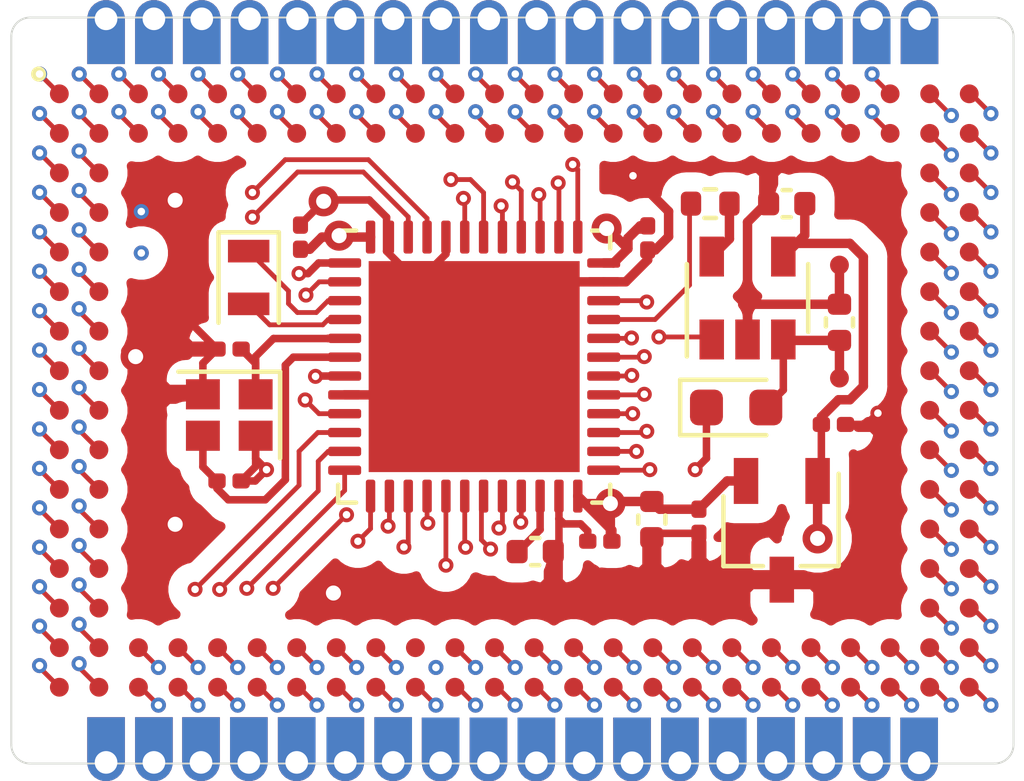
<source format=kicad_pcb>
(kicad_pcb (version 20171130) (host pcbnew 5.1.10)
  (layers (0 F.Cu signal) (1 In1.Cu signal) (2 In2.Cu signal) (31 B.Cu signal) (34 B.Paste user) (35 F.Paste user) (36 B.SilkS user) (37 F.SilkS user) (38 B.Mask user) (39 F.Mask user) (44 Edge.Cuts user))
  (net 0 "")
  (net 1 GND)
  (net 2 +3V3)
  (net 3 PB9)
  (net 4 PB8)
  (net 5 PB7)
  (net 6 PB6)
  (net 7 PB5)
  (net 8 PB4)
  (net 9 PB3)
  (net 10 PA15)
  (net 11 PA14)
  (net 12 PA11)
  (net 13 PA10)
  (net 14 PA9)
  (net 15 PA8)
  (net 16 PB15)
  (net 17 PB14)
  (net 18 PB13)
  (net 19 PB12)
  (net 20 "Net-(C7-Pad1)")
  (net 21 PB10)
  (net 22 PB2)
  (net 23 PB1)
  (net 24 PB0)
  (net 25 PA7)
  (net 26 PA6)
  (net 27 PA5)
  (net 28 PA4)
  (net 29 PA3)
  (net 30 PA2)
  (net 31 PA1)
  (net 32 PA0)
  (net 33 VREF+)
  (net 34 OSC_OUT)
  (net 35 OSC_IN)
  (net 36 OSC32_OUT)
  (net 37 OSC32_IN)
  (net 38 RTC_TAMP_IN)
  (net 39 +BATT)
  (net 40 "Net-(C9-Pad2)")
  (net 41 NRST)
  (net 42 CHG_EN)
  (net 43 "Net-(R1-Pad1)")
  (net 44 CHG_STAT)
  (net 45 +5V)
  (module HSM:BGA-384_24x16_25.25x16.8mm (layer F.Cu) (at 65.15 50.6)
    (fp_text reference REF** hide)
    (fp_text value BGA-384_24x16_25.25x16.8mm)
    (pad T24 smd circle (at 12.075 7.875) (size 0.5 0.5) (layers F.Cu F.Paste F.Mask))
    (pad R24 smd circle (at 12.075 6.825) (size 0.5 0.5) (layers F.Cu F.Paste F.Mask))
    (pad P24 smd circle (at 12.075 5.775) (size 0.5 0.5) (layers F.Cu F.Paste F.Mask))
    (pad N24 smd circle (at 12.075 4.725) (size 0.5 0.5) (layers F.Cu F.Paste F.Mask))
    (pad M24 smd circle (at 12.075 3.675) (size 0.5 0.5) (layers F.Cu F.Paste F.Mask))
    (pad L24 smd circle (at 12.075 2.625) (size 0.5 0.5) (layers F.Cu F.Paste F.Mask))
    (pad K24 smd circle (at 12.075 1.575) (size 0.5 0.5) (layers F.Cu F.Paste F.Mask))
    (pad J24 smd circle (at 12.075 0.525) (size 0.5 0.5) (layers F.Cu F.Paste F.Mask))
    (pad H24 smd circle (at 12.075 -0.525) (size 0.5 0.5) (layers F.Cu F.Paste F.Mask))
    (pad G24 smd circle (at 12.075 -1.575) (size 0.5 0.5) (layers F.Cu F.Paste F.Mask))
    (pad F24 smd circle (at 12.075 -2.625) (size 0.5 0.5) (layers F.Cu F.Paste F.Mask))
    (pad E24 smd circle (at 12.075 -3.675) (size 0.5 0.5) (layers F.Cu F.Paste F.Mask))
    (pad D24 smd circle (at 12.075 -4.725) (size 0.5 0.5) (layers F.Cu F.Paste F.Mask))
    (pad C24 smd circle (at 12.075 -5.775) (size 0.5 0.5) (layers F.Cu F.Paste F.Mask))
    (pad B24 smd circle (at 12.075 -6.825) (size 0.5 0.5) (layers F.Cu F.Paste F.Mask))
    (pad A24 smd circle (at 12.075 -7.875) (size 0.5 0.5) (layers F.Cu F.Paste F.Mask))
    (pad T23 smd circle (at 11.025 7.875) (size 0.5 0.5) (layers F.Cu F.Paste F.Mask))
    (pad R23 smd circle (at 11.025 6.825) (size 0.5 0.5) (layers F.Cu F.Paste F.Mask))
    (pad P23 smd circle (at 11.025 5.775) (size 0.5 0.5) (layers F.Cu F.Paste F.Mask))
    (pad N23 smd circle (at 11.025 4.725) (size 0.5 0.5) (layers F.Cu F.Paste F.Mask))
    (pad M23 smd circle (at 11.025 3.675) (size 0.5 0.5) (layers F.Cu F.Paste F.Mask))
    (pad L23 smd circle (at 11.025 2.625) (size 0.5 0.5) (layers F.Cu F.Paste F.Mask))
    (pad K23 smd circle (at 11.025 1.575) (size 0.5 0.5) (layers F.Cu F.Paste F.Mask))
    (pad J23 smd circle (at 11.025 0.525) (size 0.5 0.5) (layers F.Cu F.Paste F.Mask))
    (pad H23 smd circle (at 11.025 -0.525) (size 0.5 0.5) (layers F.Cu F.Paste F.Mask))
    (pad G23 smd circle (at 11.025 -1.575) (size 0.5 0.5) (layers F.Cu F.Paste F.Mask))
    (pad F23 smd circle (at 11.025 -2.625) (size 0.5 0.5) (layers F.Cu F.Paste F.Mask))
    (pad E23 smd circle (at 11.025 -3.675) (size 0.5 0.5) (layers F.Cu F.Paste F.Mask))
    (pad D23 smd circle (at 11.025 -4.725) (size 0.5 0.5) (layers F.Cu F.Paste F.Mask))
    (pad C23 smd circle (at 11.025 -5.775) (size 0.5 0.5) (layers F.Cu F.Paste F.Mask))
    (pad B23 smd circle (at 11.025 -6.825) (size 0.5 0.5) (layers F.Cu F.Paste F.Mask))
    (pad A23 smd circle (at 11.025 -7.875) (size 0.5 0.5) (layers F.Cu F.Paste F.Mask))
    (pad T22 smd circle (at 9.975 7.875) (size 0.5 0.5) (layers F.Cu F.Paste F.Mask))
    (pad R22 smd circle (at 9.975 6.825) (size 0.5 0.5) (layers F.Cu F.Paste F.Mask))
    (pad B22 smd circle (at 9.975 -6.825) (size 0.5 0.5) (layers F.Cu F.Paste F.Mask))
    (pad A22 smd circle (at 9.975 -7.875) (size 0.5 0.5) (layers F.Cu F.Paste F.Mask))
    (pad T21 smd circle (at 8.925 7.875) (size 0.5 0.5) (layers F.Cu F.Paste F.Mask))
    (pad R21 smd circle (at 8.925 6.825) (size 0.5 0.5) (layers F.Cu F.Paste F.Mask))
    (pad B21 smd circle (at 8.925 -6.825) (size 0.5 0.5) (layers F.Cu F.Paste F.Mask))
    (pad A21 smd circle (at 8.925 -7.875) (size 0.5 0.5) (layers F.Cu F.Paste F.Mask))
    (pad T20 smd circle (at 7.875 7.875) (size 0.5 0.5) (layers F.Cu F.Paste F.Mask))
    (pad R20 smd circle (at 7.875 6.825) (size 0.5 0.5) (layers F.Cu F.Paste F.Mask))
    (pad B20 smd circle (at 7.875 -6.825) (size 0.5 0.5) (layers F.Cu F.Paste F.Mask))
    (pad A20 smd circle (at 7.875 -7.875) (size 0.5 0.5) (layers F.Cu F.Paste F.Mask))
    (pad T19 smd circle (at 6.825 7.875) (size 0.5 0.5) (layers F.Cu F.Paste F.Mask))
    (pad R19 smd circle (at 6.825 6.825) (size 0.5 0.5) (layers F.Cu F.Paste F.Mask))
    (pad B19 smd circle (at 6.825 -6.825) (size 0.5 0.5) (layers F.Cu F.Paste F.Mask))
    (pad A19 smd circle (at 6.825 -7.875) (size 0.5 0.5) (layers F.Cu F.Paste F.Mask))
    (pad T18 smd circle (at 5.775 7.875) (size 0.5 0.5) (layers F.Cu F.Paste F.Mask))
    (pad R18 smd circle (at 5.775 6.825) (size 0.5 0.5) (layers F.Cu F.Paste F.Mask))
    (pad B18 smd circle (at 5.775 -6.825) (size 0.5 0.5) (layers F.Cu F.Paste F.Mask))
    (pad A18 smd circle (at 5.775 -7.875) (size 0.5 0.5) (layers F.Cu F.Paste F.Mask))
    (pad T17 smd circle (at 4.725 7.875) (size 0.5 0.5) (layers F.Cu F.Paste F.Mask))
    (pad R17 smd circle (at 4.725 6.825) (size 0.5 0.5) (layers F.Cu F.Paste F.Mask))
    (pad B17 smd circle (at 4.725 -6.825) (size 0.5 0.5) (layers F.Cu F.Paste F.Mask))
    (pad A17 smd circle (at 4.725 -7.875) (size 0.5 0.5) (layers F.Cu F.Paste F.Mask))
    (pad T16 smd circle (at 3.675 7.875) (size 0.5 0.5) (layers F.Cu F.Paste F.Mask))
    (pad R16 smd circle (at 3.675 6.825) (size 0.5 0.5) (layers F.Cu F.Paste F.Mask))
    (pad B16 smd circle (at 3.675 -6.825) (size 0.5 0.5) (layers F.Cu F.Paste F.Mask))
    (pad A16 smd circle (at 3.675 -7.875) (size 0.5 0.5) (layers F.Cu F.Paste F.Mask))
    (pad T15 smd circle (at 2.625 7.875) (size 0.5 0.5) (layers F.Cu F.Paste F.Mask))
    (pad R15 smd circle (at 2.625 6.825) (size 0.5 0.5) (layers F.Cu F.Paste F.Mask))
    (pad B15 smd circle (at 2.625 -6.825) (size 0.5 0.5) (layers F.Cu F.Paste F.Mask))
    (pad A15 smd circle (at 2.625 -7.875) (size 0.5 0.5) (layers F.Cu F.Paste F.Mask))
    (pad T14 smd circle (at 1.575 7.875) (size 0.5 0.5) (layers F.Cu F.Paste F.Mask))
    (pad R14 smd circle (at 1.575 6.825) (size 0.5 0.5) (layers F.Cu F.Paste F.Mask))
    (pad B14 smd circle (at 1.575 -6.825) (size 0.5 0.5) (layers F.Cu F.Paste F.Mask))
    (pad A14 smd circle (at 1.575 -7.875) (size 0.5 0.5) (layers F.Cu F.Paste F.Mask))
    (pad T13 smd circle (at 0.525 7.875) (size 0.5 0.5) (layers F.Cu F.Paste F.Mask))
    (pad R13 smd circle (at 0.525 6.825) (size 0.5 0.5) (layers F.Cu F.Paste F.Mask))
    (pad B13 smd circle (at 0.525 -6.825) (size 0.5 0.5) (layers F.Cu F.Paste F.Mask))
    (pad A13 smd circle (at 0.525 -7.875) (size 0.5 0.5) (layers F.Cu F.Paste F.Mask))
    (pad T12 smd circle (at -0.525 7.875) (size 0.5 0.5) (layers F.Cu F.Paste F.Mask))
    (pad R12 smd circle (at -0.525 6.825) (size 0.5 0.5) (layers F.Cu F.Paste F.Mask))
    (pad B12 smd circle (at -0.525 -6.825) (size 0.5 0.5) (layers F.Cu F.Paste F.Mask))
    (pad A12 smd circle (at -0.525 -7.875) (size 0.5 0.5) (layers F.Cu F.Paste F.Mask))
    (pad T11 smd circle (at -1.575 7.875) (size 0.5 0.5) (layers F.Cu F.Paste F.Mask))
    (pad R11 smd circle (at -1.575 6.825) (size 0.5 0.5) (layers F.Cu F.Paste F.Mask))
    (pad B11 smd circle (at -1.575 -6.825) (size 0.5 0.5) (layers F.Cu F.Paste F.Mask))
    (pad A11 smd circle (at -1.575 -7.875) (size 0.5 0.5) (layers F.Cu F.Paste F.Mask))
    (pad T10 smd circle (at -2.625 7.875) (size 0.5 0.5) (layers F.Cu F.Paste F.Mask))
    (pad R10 smd circle (at -2.625 6.825) (size 0.5 0.5) (layers F.Cu F.Paste F.Mask))
    (pad B10 smd circle (at -2.625 -6.825) (size 0.5 0.5) (layers F.Cu F.Paste F.Mask))
    (pad A10 smd circle (at -2.625 -7.875) (size 0.5 0.5) (layers F.Cu F.Paste F.Mask))
    (pad T9 smd circle (at -3.675 7.875) (size 0.5 0.5) (layers F.Cu F.Paste F.Mask))
    (pad R9 smd circle (at -3.675 6.825) (size 0.5 0.5) (layers F.Cu F.Paste F.Mask))
    (pad B9 smd circle (at -3.675 -6.825) (size 0.5 0.5) (layers F.Cu F.Paste F.Mask))
    (pad A9 smd circle (at -3.675 -7.875) (size 0.5 0.5) (layers F.Cu F.Paste F.Mask))
    (pad T8 smd circle (at -4.725 7.875) (size 0.5 0.5) (layers F.Cu F.Paste F.Mask))
    (pad R8 smd circle (at -4.725 6.825) (size 0.5 0.5) (layers F.Cu F.Paste F.Mask))
    (pad B8 smd circle (at -4.725 -6.825) (size 0.5 0.5) (layers F.Cu F.Paste F.Mask))
    (pad A8 smd circle (at -4.725 -7.875) (size 0.5 0.5) (layers F.Cu F.Paste F.Mask))
    (pad T7 smd circle (at -5.775 7.875) (size 0.5 0.5) (layers F.Cu F.Paste F.Mask))
    (pad R7 smd circle (at -5.775 6.825) (size 0.5 0.5) (layers F.Cu F.Paste F.Mask))
    (pad B7 smd circle (at -5.775 -6.825) (size 0.5 0.5) (layers F.Cu F.Paste F.Mask))
    (pad A7 smd circle (at -5.775 -7.875) (size 0.5 0.5) (layers F.Cu F.Paste F.Mask))
    (pad T6 smd circle (at -6.825 7.875) (size 0.5 0.5) (layers F.Cu F.Paste F.Mask))
    (pad R6 smd circle (at -6.825 6.825) (size 0.5 0.5) (layers F.Cu F.Paste F.Mask))
    (pad B6 smd circle (at -6.825 -6.825) (size 0.5 0.5) (layers F.Cu F.Paste F.Mask))
    (pad A6 smd circle (at -6.825 -7.875) (size 0.5 0.5) (layers F.Cu F.Paste F.Mask))
    (pad T5 smd circle (at -7.875 7.875) (size 0.5 0.5) (layers F.Cu F.Paste F.Mask))
    (pad R5 smd circle (at -7.875 6.825) (size 0.5 0.5) (layers F.Cu F.Paste F.Mask))
    (pad B5 smd circle (at -7.875 -6.825) (size 0.5 0.5) (layers F.Cu F.Paste F.Mask))
    (pad A5 smd circle (at -7.875 -7.875) (size 0.5 0.5) (layers F.Cu F.Paste F.Mask))
    (pad T4 smd circle (at -8.925 7.875) (size 0.5 0.5) (layers F.Cu F.Paste F.Mask))
    (pad R4 smd circle (at -8.925 6.825) (size 0.5 0.5) (layers F.Cu F.Paste F.Mask))
    (pad B4 smd circle (at -8.925 -6.825) (size 0.5 0.5) (layers F.Cu F.Paste F.Mask))
    (pad A4 smd circle (at -8.925 -7.875) (size 0.5 0.5) (layers F.Cu F.Paste F.Mask))
    (pad T3 smd circle (at -9.975 7.875) (size 0.5 0.5) (layers F.Cu F.Paste F.Mask))
    (pad R3 smd circle (at -9.975 6.825) (size 0.5 0.5) (layers F.Cu F.Paste F.Mask))
    (pad B3 smd circle (at -9.975 -6.825) (size 0.5 0.5) (layers F.Cu F.Paste F.Mask))
    (pad A3 smd circle (at -9.975 -7.875) (size 0.5 0.5) (layers F.Cu F.Paste F.Mask))
    (pad T2 smd circle (at -11.025 7.875) (size 0.5 0.5) (layers F.Cu F.Paste F.Mask))
    (pad R2 smd circle (at -11.025 6.825) (size 0.5 0.5) (layers F.Cu F.Paste F.Mask))
    (pad P2 smd circle (at -11.025 5.775) (size 0.5 0.5) (layers F.Cu F.Paste F.Mask))
    (pad N2 smd circle (at -11.025 4.725) (size 0.5 0.5) (layers F.Cu F.Paste F.Mask))
    (pad M2 smd circle (at -11.025 3.675) (size 0.5 0.5) (layers F.Cu F.Paste F.Mask))
    (pad L2 smd circle (at -11.025 2.625) (size 0.5 0.5) (layers F.Cu F.Paste F.Mask))
    (pad K2 smd circle (at -11.025 1.575) (size 0.5 0.5) (layers F.Cu F.Paste F.Mask))
    (pad J2 smd circle (at -11.025 0.525) (size 0.5 0.5) (layers F.Cu F.Paste F.Mask))
    (pad H2 smd circle (at -11.025 -0.525) (size 0.5 0.5) (layers F.Cu F.Paste F.Mask))
    (pad G2 smd circle (at -11.025 -1.575) (size 0.5 0.5) (layers F.Cu F.Paste F.Mask))
    (pad F2 smd circle (at -11.025 -2.625) (size 0.5 0.5) (layers F.Cu F.Paste F.Mask))
    (pad E2 smd circle (at -11.025 -3.675) (size 0.5 0.5) (layers F.Cu F.Paste F.Mask))
    (pad D2 smd circle (at -11.025 -4.725) (size 0.5 0.5) (layers F.Cu F.Paste F.Mask))
    (pad C2 smd circle (at -11.025 -5.775) (size 0.5 0.5) (layers F.Cu F.Paste F.Mask))
    (pad B2 smd circle (at -11.025 -6.825) (size 0.5 0.5) (layers F.Cu F.Paste F.Mask))
    (pad A2 smd circle (at -11.025 -7.875) (size 0.5 0.5) (layers F.Cu F.Paste F.Mask))
    (pad T1 smd circle (at -12.075 7.875) (size 0.5 0.5) (layers F.Cu F.Paste F.Mask))
    (pad R1 smd circle (at -12.075 6.825) (size 0.5 0.5) (layers F.Cu F.Paste F.Mask))
    (pad P1 smd circle (at -12.075 5.775) (size 0.5 0.5) (layers F.Cu F.Paste F.Mask))
    (pad N1 smd circle (at -12.075 4.725) (size 0.5 0.5) (layers F.Cu F.Paste F.Mask))
    (pad M1 smd circle (at -12.075 3.675) (size 0.5 0.5) (layers F.Cu F.Paste F.Mask))
    (pad L1 smd circle (at -12.075 2.625) (size 0.5 0.5) (layers F.Cu F.Paste F.Mask))
    (pad K1 smd circle (at -12.075 1.575) (size 0.5 0.5) (layers F.Cu F.Paste F.Mask))
    (pad J1 smd circle (at -12.075 0.525) (size 0.5 0.5) (layers F.Cu F.Paste F.Mask))
    (pad H1 smd circle (at -12.075 -0.525) (size 0.5 0.5) (layers F.Cu F.Paste F.Mask))
    (pad G1 smd circle (at -12.075 -1.575) (size 0.5 0.5) (layers F.Cu F.Paste F.Mask))
    (pad F1 smd circle (at -12.075 -2.625) (size 0.5 0.5) (layers F.Cu F.Paste F.Mask))
    (pad E1 smd circle (at -12.075 -3.675) (size 0.5 0.5) (layers F.Cu F.Paste F.Mask))
    (pad D1 smd circle (at -12.075 -4.725) (size 0.5 0.5) (layers F.Cu F.Paste F.Mask))
    (pad C1 smd circle (at -12.075 -5.775) (size 0.5 0.5) (layers F.Cu F.Paste F.Mask))
    (pad B1 smd circle (at -12.075 -6.825) (size 0.5 0.5) (layers F.Cu F.Paste F.Mask))
    (pad A1 smd circle (at -12.075 -7.875) (size 0.5 0.5) (layers F.Cu F.Paste F.Mask))
  )
  (module Package_TO_SOT_SMD:TSOT-23 (layer F.Cu) (at 72.25 54.31 270)
    (fp_text reference U3 hide)
    (fp_text value MCP1811A-033TT)
    (pad 3 smd rect (at 1.31 0 270) (size 1.22 0.65) (layers F.Cu F.Paste F.Mask) (net 1 GND))
    (pad 2 smd rect (at -1.31 0.95 270) (size 1.22 0.65) (layers F.Cu F.Paste F.Mask) (net 2 +3V3))
    (pad 1 smd rect (at -1.31 -0.95 270) (size 1.22 0.65) (layers F.Cu F.Paste F.Mask) (net 45 +5V))
  )
  (module Capacitor_SMD:C_0201_0603Metric (layer F.Cu) (at 70.05 54.07 270)
    (fp_text reference C11 hide)
    (fp_text value 1u)
    (pad 2 smd roundrect (at 0.32 0 270) (size 0.46 0.4) (layers F.Cu F.Mask) (net 1 GND))
    (pad 1 smd roundrect (at -0.32 0 270) (size 0.46 0.4) (layers F.Cu F.Mask) (net 2 +3V3))
  )
  (module Capacitor_SMD:C_0201_0603Metric (layer F.Cu) (at 73.62 51.5)
    (fp_text reference C10 hide)
    (fp_text value 1u)
    (pad 2 smd roundrect (at 0.32 0) (size 0.46 0.4) (layers F.Cu F.Mask) (net 1 GND))
    (pad 1 smd roundrect (at -0.32 0) (size 0.46 0.4) (layers F.Cu F.Mask) (net 45 +5V))
  )
  (module Diode_SMD:D_0603_1608Metric (layer F.Cu) (at 71.0375 51.05)
    (fp_text reference D1 hide)
    (fp_text value D_Small)
    (pad 2 smd roundrect (at 0.7875 0) (size 0.875 0.95) (layers F.Cu F.Paste F.Mask) (net 40 "Net-(C9-Pad2)"))
    (pad 1 smd roundrect (at -0.7875 0) (size 0.875 0.95) (layers F.Cu F.Paste F.Mask) (net 39 +BATT))
  )
  (module Capacitor_SMD:C_0402_1005Metric (layer F.Cu) (at 72.38 45.64 180)
    (fp_text reference C8 hide)
    (fp_text value 4.7u)
    (pad 2 smd roundrect (at 0.48 0 180) (size 0.56 0.62) (layers F.Cu F.Paste F.Mask) (net 1 GND))
    (pad 1 smd roundrect (at -0.48 0 180) (size 0.56 0.62) (layers F.Cu F.Paste F.Mask) (net 45 +5V))
  )
  (module Capacitor_SMD:C_0402_1005Metric (layer F.Cu) (at 73.78 48.79 270)
    (fp_text reference C9 hide)
    (fp_text value 4.7u)
    (pad 2 smd roundrect (at 0.48 0 270) (size 0.56 0.62) (layers F.Cu F.Paste F.Mask) (net 40 "Net-(C9-Pad2)"))
    (pad 1 smd roundrect (at -0.48 0 270) (size 0.56 0.62) (layers F.Cu F.Paste F.Mask) (net 1 GND))
  )
  (module Resistor_SMD:R_0402_1005Metric (layer F.Cu) (at 70.35 45.64 180)
    (fp_text reference R1 hide)
    (fp_text value 13k)
    (pad 2 smd roundrect (at 0.51 0 180) (size 0.54 0.64) (layers F.Cu F.Paste F.Mask) (net 42 CHG_EN))
    (pad 1 smd roundrect (at -0.51 0 180) (size 0.54 0.64) (layers F.Cu F.Paste F.Mask) (net 43 "Net-(R1-Pad1)"))
  )
  (module Package_TO_SOT_SMD:SOT-23-5 (layer F.Cu) (at 71.34 48.145 90)
    (fp_text reference U2 hide)
    (fp_text value MCP73832-2-OT)
    (pad 5 smd rect (at 1.1 -0.95 90) (size 1.06 0.65) (layers F.Cu F.Paste F.Mask) (net 43 "Net-(R1-Pad1)"))
    (pad 4 smd rect (at 1.1 0.95 90) (size 1.06 0.65) (layers F.Cu F.Paste F.Mask) (net 45 +5V))
    (pad 3 smd rect (at -1.1 0.95 90) (size 1.06 0.65) (layers F.Cu F.Paste F.Mask) (net 40 "Net-(C9-Pad2)"))
    (pad 2 smd rect (at -1.1 0 90) (size 1.06 0.65) (layers F.Cu F.Paste F.Mask) (net 1 GND))
    (pad 1 smd rect (at -1.1 -0.95 90) (size 1.06 0.65) (layers F.Cu F.Paste F.Mask) (net 44 CHG_STAT))
  )
  (module HSM:BatteryPad (layer F.Cu) (at 73.78 47.27 90)
    (fp_text reference TP2 hide)
    (fp_text value BAT-)
    (pad 1 smd circle (at 0 0 90) (size 0.5 0.5) (layers F.Cu F.Paste F.Mask) (net 1 GND))
  )
  (module HSM:BatteryPad (layer F.Cu) (at 73.78 50.27 90)
    (fp_text reference TP1 hide)
    (fp_text value BAT+)
    (pad 1 smd circle (at 0 0 90) (size 0.5 0.5) (layers F.Cu F.Paste F.Mask) (net 40 "Net-(C9-Pad2)"))
  )
  (module Crystal:Crystal_SMD_2012-2Pin_2.0x1.2mm (layer F.Cu) (at 58.1 47.6 270)
    (fp_text reference Y2 hide)
    (fp_text value Crystal_Small)
    (pad 2 smd rect (at 0.7 0 270) (size 0.6 1.1) (layers F.Cu F.Paste F.Mask) (net 36 OSC32_OUT))
    (pad 1 smd rect (at -0.7 0 270) (size 0.6 1.1) (layers F.Cu F.Paste F.Mask) (net 37 OSC32_IN))
  )
  (module Crystal:Crystal_SMD_2016-4Pin_2.0x1.6mm (layer F.Cu) (at 57.585 51.25 180)
    (fp_text reference Y1 hide)
    (fp_text value Crystal_GND24_Small)
    (pad 4 smd rect (at -0.7 -0.55 180) (size 0.9 0.8) (layers F.Cu F.Paste F.Mask) (net 1 GND))
    (pad 3 smd rect (at 0.7 -0.55 180) (size 0.9 0.8) (layers F.Cu F.Paste F.Mask) (net 34 OSC_OUT))
    (pad 2 smd rect (at 0.7 0.55 180) (size 0.9 0.8) (layers F.Cu F.Paste F.Mask) (net 1 GND))
    (pad 1 smd rect (at -0.7 0.55 180) (size 0.9 0.8) (layers F.Cu F.Paste F.Mask) (net 35 OSC_IN))
  )
  (module HSM:CastellatedHole_0.6mm (layer F.Cu) (at 65.735 60.48 180)
    (fp_text reference H6 hide)
    (fp_text value MountingHole_Pad)
    (pad 1 thru_hole custom (at 0 0 180) (size 1 1) (drill 0.6) (layers *.Cu *.Mask) (net 27 PA5) (options (clearance outline) (anchor circle)) (primitives (gr_poly (pts (xy -0.5 0) (xy 0.5 0) (xy 0.5 1.2) (xy -0.5 1.2)) (width 0))))
  )
  (module HSM:CastellatedHole_0.6mm (layer F.Cu) (at 69.545 60.48 180)
    (fp_text reference H17 hide)
    (fp_text value MountingHole_Pad)
    (pad 1 thru_hole custom (at 0 0 180) (size 1 1) (drill 0.6) (layers *.Cu *.Mask) (net 24 PB0) (options (clearance outline) (anchor circle)) (primitives (gr_poly (pts (xy -0.5 0) (xy 0.5 0) (xy 0.5 1.2) (xy -0.5 1.2)) (width 0))))
  )
  (module HSM:CastellatedHole_0.6mm (layer F.Cu) (at 63.195 60.48 180)
    (fp_text reference H4 hide)
    (fp_text value MountingHole_Pad)
    (pad 1 thru_hole custom (at 0 0 180) (size 1 1) (drill 0.6) (layers *.Cu *.Mask) (net 29 PA3) (options (clearance outline) (anchor circle)) (primitives (gr_poly (pts (xy -0.5 0) (xy 0.5 0) (xy 0.5 1.2) (xy -0.5 1.2)) (width 0))))
  )
  (module HSM:CastellatedHole_0.6mm (layer F.Cu) (at 67.005 60.48 180)
    (fp_text reference H7 hide)
    (fp_text value MountingHole_Pad)
    (pad 1 thru_hole custom (at 0 0 180) (size 1 1) (drill 0.6) (layers *.Cu *.Mask) (net 26 PA6) (options (clearance outline) (anchor circle)) (primitives (gr_poly (pts (xy -0.5 0) (xy 0.5 0) (xy 0.5 1.2) (xy -0.5 1.2)) (width 0))))
  )
  (module HSM:CastellatedHole_0.6mm (layer F.Cu) (at 70.815 60.48 180)
    (fp_text reference H18 hide)
    (fp_text value MountingHole_Pad)
    (pad 1 thru_hole custom (at 0 0 180) (size 1 1) (drill 0.6) (layers *.Cu *.Mask) (net 23 PB1) (options (clearance outline) (anchor circle)) (primitives (gr_poly (pts (xy -0.5 0) (xy 0.5 0) (xy 0.5 1.2) (xy -0.5 1.2)) (width 0))))
  )
  (module HSM:CastellatedHole_0.6mm (layer F.Cu) (at 75.895 60.48 180)
    (fp_text reference H37 hide)
    (fp_text value MountingHole_Pad)
    (pad 1 thru_hole custom (at 0 0 180) (size 1 1) (drill 0.6) (layers *.Cu *.Mask) (net 45 +5V) (options (clearance outline) (anchor circle)) (primitives (gr_poly (pts (xy -0.5 0) (xy 0.5 0) (xy 0.5 1.2) (xy -0.5 1.2)) (width 0))))
  )
  (module HSM:CastellatedHole_0.6mm (layer F.Cu) (at 68.275 60.48 180)
    (fp_text reference H8 hide)
    (fp_text value MountingHole_Pad)
    (pad 1 thru_hole custom (at 0 0 180) (size 1 1) (drill 0.6) (layers *.Cu *.Mask) (net 25 PA7) (options (clearance outline) (anchor circle)) (primitives (gr_poly (pts (xy -0.5 0) (xy 0.5 0) (xy 0.5 1.2) (xy -0.5 1.2)) (width 0))))
  )
  (module HSM:CastellatedHole_0.6mm (layer F.Cu) (at 64.465 60.48 180)
    (fp_text reference H5 hide)
    (fp_text value MountingHole_Pad)
    (pad 1 thru_hole custom (at 0 0 180) (size 1 1) (drill 0.6) (layers *.Cu *.Mask) (net 28 PA4) (options (clearance outline) (anchor circle)) (primitives (gr_poly (pts (xy -0.5 0) (xy 0.5 0) (xy 0.5 1.2) (xy -0.5 1.2)) (width 0))))
  )
  (module Capacitor_SMD:C_0402_1005Metric (layer F.Cu) (at 65.705 54.875)
    (fp_text reference C7 hide)
    (fp_text value 4.7u)
    (pad 2 smd roundrect (at 0.48 0) (size 0.56 0.62) (layers F.Cu F.Paste F.Mask) (net 1 GND))
    (pad 1 smd roundrect (at -0.48 0) (size 0.56 0.62) (layers F.Cu F.Paste F.Mask) (net 20 "Net-(C7-Pad1)"))
  )
  (module Capacitor_SMD:C_0402_1005Metric (layer F.Cu) (at 68.8 54.025 90)
    (fp_text reference C6 hide)
    (fp_text value 4.7u)
    (pad 2 smd roundrect (at 0.48 0 90) (size 0.56 0.62) (layers F.Cu F.Paste F.Mask) (net 2 +3V3))
    (pad 1 smd roundrect (at -0.48 0 90) (size 0.56 0.62) (layers F.Cu F.Paste F.Mask) (net 1 GND))
  )
  (module Capacitor_SMD:C_0201_0603Metric (layer F.Cu) (at 57.58 53 180)
    (fp_text reference C5 hide)
    (fp_text value C_Small)
    (pad 2 smd roundrect (at 0.32 0 180) (size 0.46 0.4) (layers F.Cu F.Mask) (net 34 OSC_OUT))
    (pad 1 smd roundrect (at -0.32 0 180) (size 0.46 0.4) (layers F.Cu F.Mask) (net 1 GND))
  )
  (module Capacitor_SMD:C_0201_0603Metric (layer F.Cu) (at 59.475 46.53 270)
    (fp_text reference C4 hide)
    (fp_text value 100n)
    (pad 2 smd roundrect (at 0.32 0 270) (size 0.46 0.4) (layers F.Cu F.Mask) (net 2 +3V3))
    (pad 1 smd roundrect (at -0.32 0 270) (size 0.46 0.4) (layers F.Cu F.Mask) (net 1 GND))
  )
  (module Capacitor_SMD:C_0201_0603Metric (layer F.Cu) (at 57.58 49.5 180)
    (fp_text reference C3 hide)
    (fp_text value C_Small)
    (pad 2 smd roundrect (at 0.32 0 180) (size 0.46 0.4) (layers F.Cu F.Mask) (net 1 GND))
    (pad 1 smd roundrect (at -0.32 0 180) (size 0.46 0.4) (layers F.Cu F.Mask) (net 35 OSC_IN))
  )
  (module Capacitor_SMD:C_0201_0603Metric (layer F.Cu) (at 68.69 46.55 90)
    (fp_text reference C2 hide)
    (fp_text value 100n)
    (pad 2 smd roundrect (at 0.32 0 90) (size 0.46 0.4) (layers F.Cu F.Mask) (net 2 +3V3))
    (pad 1 smd roundrect (at -0.32 0 90) (size 0.46 0.4) (layers F.Cu F.Mask) (net 1 GND))
  )
  (module Capacitor_SMD:C_0201_0603Metric (layer F.Cu) (at 67.42 54.6)
    (fp_text reference C1 hide)
    (fp_text value 100n)
    (pad 2 smd roundrect (at 0.32 0) (size 0.46 0.4) (layers F.Cu F.Mask) (net 2 +3V3))
    (pad 1 smd roundrect (at -0.32 0) (size 0.46 0.4) (layers F.Cu F.Mask) (net 1 GND))
  )
  (module HSM:CastellatedHole_0.6mm (layer F.Cu) (at 55.585 60.47 180)
    (fp_text reference H35 hide)
    (fp_text value MountingHole_Pad)
    (pad 1 thru_hole custom (at 0 0 180) (size 1 1) (drill 0.6) (layers *.Cu *.Mask) (net 1 GND) (options (clearance outline) (anchor circle)) (primitives (gr_poly (pts (xy -0.5 0) (xy 0.5 0) (xy 0.5 1.2) (xy -0.5 1.2)) (width 0))))
  )
  (module HSM:CastellatedHole_0.6mm (layer F.Cu) (at 61.935 60.47 180)
    (fp_text reference H34 hide)
    (fp_text value MountingHole_Pad)
    (pad 1 thru_hole custom (at 0 0 180) (size 1 1) (drill 0.6) (layers *.Cu *.Mask) (net 1 GND) (options (clearance outline) (anchor circle)) (primitives (gr_poly (pts (xy -0.5 0) (xy 0.5 0) (xy 0.5 1.2) (xy -0.5 1.2)) (width 0))))
  )
  (module HSM:CastellatedHole_0.6mm (layer F.Cu) (at 54.315 40.735)
    (fp_text reference H38 hide)
    (fp_text value MountingHole_Pad)
    (pad 1 thru_hole custom (at 0 0) (size 1 1) (drill 0.6) (layers *.Cu *.Mask) (net 41 NRST) (options (clearance outline) (anchor circle)) (primitives (gr_poly (pts (xy -0.5 0) (xy 0.5 0) (xy 0.5 1.2) (xy -0.5 1.2)) (width 0))))
  )
  (module HSM:CastellatedHole_0.6mm (layer F.Cu) (at 58.125 40.735)
    (fp_text reference H36 hide)
    (fp_text value MountingHole_Pad)
    (pad 1 thru_hole custom (at 0 0) (size 1 1) (drill 0.6) (layers *.Cu *.Mask) (net 1 GND) (options (clearance outline) (anchor circle)) (primitives (gr_poly (pts (xy -0.5 0) (xy 0.5 0) (xy 0.5 1.2) (xy -0.5 1.2)) (width 0))))
  )
  (module HSM:CastellatedHole_0.6mm (layer F.Cu) (at 60.665 60.47 180)
    (fp_text reference H33 hide)
    (fp_text value MountingHole_Pad)
    (pad 1 thru_hole custom (at 0 0 180) (size 1 1) (drill 0.6) (layers *.Cu *.Mask) (net 33 VREF+) (options (clearance outline) (anchor circle)) (primitives (gr_poly (pts (xy -0.5 0) (xy 0.5 0) (xy 0.5 1.2) (xy -0.5 1.2)) (width 0))))
  )
  (module HSM:CastellatedHole_0.6mm (layer F.Cu) (at 54.315 60.47 180)
    (fp_text reference H32 hide)
    (fp_text value MountingHole_Pad)
    (pad 1 thru_hole custom (at 0 0 180) (size 1 1) (drill 0.6) (layers *.Cu *.Mask) (net 2 +3V3) (options (clearance outline) (anchor circle)) (primitives (gr_poly (pts (xy -0.5 0) (xy 0.5 0) (xy 0.5 1.2) (xy -0.5 1.2)) (width 0))))
  )
  (module HSM:CastellatedHole_0.6mm (layer F.Cu) (at 73.365 40.735)
    (fp_text reference H31 hide)
    (fp_text value MountingHole_Pad)
    (pad 1 thru_hole custom (at 0 0) (size 1 1) (drill 0.6) (layers *.Cu *.Mask) (net 16 PB15) (options (clearance outline) (anchor circle)) (primitives (gr_poly (pts (xy -0.5 0) (xy 0.5 0) (xy 0.5 1.2) (xy -0.5 1.2)) (width 0))))
  )
  (module HSM:CastellatedHole_0.6mm (layer F.Cu) (at 74.635 40.735)
    (fp_text reference H30 hide)
    (fp_text value MountingHole_Pad)
    (pad 1 thru_hole custom (at 0 0) (size 1 1) (drill 0.6) (layers *.Cu *.Mask) (net 17 PB14) (options (clearance outline) (anchor circle)) (primitives (gr_poly (pts (xy -0.5 0) (xy 0.5 0) (xy 0.5 1.2) (xy -0.5 1.2)) (width 0))))
  )
  (module HSM:CastellatedHole_0.6mm (layer F.Cu) (at 75.905 40.735)
    (fp_text reference H29 hide)
    (fp_text value MountingHole_Pad)
    (pad 1 thru_hole custom (at 0 0) (size 1 1) (drill 0.6) (layers *.Cu *.Mask) (net 18 PB13) (options (clearance outline) (anchor circle)) (primitives (gr_poly (pts (xy -0.5 0) (xy 0.5 0) (xy 0.5 1.2) (xy -0.5 1.2)) (width 0))))
  )
  (module HSM:CastellatedHole_0.6mm (layer F.Cu) (at 74.635 60.47 180)
    (fp_text reference H28 hide)
    (fp_text value MountingHole_Pad)
    (pad 1 thru_hole custom (at 0 0 180) (size 1 1) (drill 0.6) (layers *.Cu *.Mask) (net 19 PB12) (options (clearance outline) (anchor circle)) (primitives (gr_poly (pts (xy -0.5 0) (xy 0.5 0) (xy 0.5 1.2) (xy -0.5 1.2)) (width 0))))
  )
  (module HSM:CastellatedHole_0.6mm (layer F.Cu) (at 73.365 60.47 180)
    (fp_text reference H27 hide)
    (fp_text value MountingHole_Pad)
    (pad 1 thru_hole custom (at 0 0 180) (size 1 1) (drill 0.6) (layers *.Cu *.Mask) (net 21 PB10) (options (clearance outline) (anchor circle)) (primitives (gr_poly (pts (xy -0.5 0) (xy 0.5 0) (xy 0.5 1.2) (xy -0.5 1.2)) (width 0))))
  )
  (module HSM:CastellatedHole_0.6mm (layer F.Cu) (at 55.585 40.735)
    (fp_text reference H26 hide)
    (fp_text value MountingHole_Pad)
    (pad 1 thru_hole custom (at 0 0) (size 1 1) (drill 0.6) (layers *.Cu *.Mask) (net 3 PB9) (options (clearance outline) (anchor circle)) (primitives (gr_poly (pts (xy -0.5 0) (xy 0.5 0) (xy 0.5 1.2) (xy -0.5 1.2)) (width 0))))
  )
  (module HSM:CastellatedHole_0.6mm (layer F.Cu) (at 56.855 40.735)
    (fp_text reference H25 hide)
    (fp_text value MountingHole_Pad)
    (pad 1 thru_hole custom (at 0 0) (size 1 1) (drill 0.6) (layers *.Cu *.Mask) (net 4 PB8) (options (clearance outline) (anchor circle)) (primitives (gr_poly (pts (xy -0.5 0) (xy 0.5 0) (xy 0.5 1.2) (xy -0.5 1.2)) (width 0))))
  )
  (module HSM:CastellatedHole_0.6mm (layer F.Cu) (at 59.395 40.735)
    (fp_text reference H24 hide)
    (fp_text value MountingHole_Pad)
    (pad 1 thru_hole custom (at 0 0) (size 1 1) (drill 0.6) (layers *.Cu *.Mask) (net 5 PB7) (options (clearance outline) (anchor circle)) (primitives (gr_poly (pts (xy -0.5 0) (xy 0.5 0) (xy 0.5 1.2) (xy -0.5 1.2)) (width 0))))
  )
  (module HSM:CastellatedHole_0.6mm (layer F.Cu) (at 60.665 40.735)
    (fp_text reference H23 hide)
    (fp_text value MountingHole_Pad)
    (pad 1 thru_hole custom (at 0 0) (size 1 1) (drill 0.6) (layers *.Cu *.Mask) (net 6 PB6) (options (clearance outline) (anchor circle)) (primitives (gr_poly (pts (xy -0.5 0) (xy 0.5 0) (xy 0.5 1.2) (xy -0.5 1.2)) (width 0))))
  )
  (module HSM:CastellatedHole_0.6mm (layer F.Cu) (at 61.935 40.735)
    (fp_text reference H22 hide)
    (fp_text value MountingHole_Pad)
    (pad 1 thru_hole custom (at 0 0) (size 1 1) (drill 0.6) (layers *.Cu *.Mask) (net 7 PB5) (options (clearance outline) (anchor circle)) (primitives (gr_poly (pts (xy -0.5 0) (xy 0.5 0) (xy 0.5 1.2) (xy -0.5 1.2)) (width 0))))
  )
  (module HSM:CastellatedHole_0.6mm (layer F.Cu) (at 63.205 40.735)
    (fp_text reference H21 hide)
    (fp_text value MountingHole_Pad)
    (pad 1 thru_hole custom (at 0 0) (size 1 1) (drill 0.6) (layers *.Cu *.Mask) (net 8 PB4) (options (clearance outline) (anchor circle)) (primitives (gr_poly (pts (xy -0.5 0) (xy 0.5 0) (xy 0.5 1.2) (xy -0.5 1.2)) (width 0))))
  )
  (module HSM:CastellatedHole_0.6mm (layer F.Cu) (at 64.475 40.735)
    (fp_text reference H20 hide)
    (fp_text value MountingHole_Pad)
    (pad 1 thru_hole custom (at 0 0) (size 1 1) (drill 0.6) (layers *.Cu *.Mask) (net 9 PB3) (options (clearance outline) (anchor circle)) (primitives (gr_poly (pts (xy -0.5 0) (xy 0.5 0) (xy 0.5 1.2) (xy -0.5 1.2)) (width 0))))
  )
  (module HSM:CastellatedHole_0.6mm (layer F.Cu) (at 72.095 60.47 180)
    (fp_text reference H19 hide)
    (fp_text value MountingHole_Pad)
    (pad 1 thru_hole custom (at 0 0 180) (size 1 1) (drill 0.6) (layers *.Cu *.Mask) (net 22 PB2) (options (clearance outline) (anchor circle)) (primitives (gr_poly (pts (xy -0.5 0) (xy 0.5 0) (xy 0.5 1.2) (xy -0.5 1.2)) (width 0))))
  )
  (module HSM:CastellatedHole_0.6mm (layer F.Cu) (at 65.745 40.735)
    (fp_text reference H14 hide)
    (fp_text value MountingHole_Pad)
    (pad 1 thru_hole custom (at 0 0) (size 1 1) (drill 0.6) (layers *.Cu *.Mask) (net 10 PA15) (options (clearance outline) (anchor circle)) (primitives (gr_poly (pts (xy -0.5 0) (xy 0.5 0) (xy 0.5 1.2) (xy -0.5 1.2)) (width 0))))
  )
  (module HSM:CastellatedHole_0.6mm (layer F.Cu) (at 67.015 40.735)
    (fp_text reference H13 hide)
    (fp_text value MountingHole_Pad)
    (pad 1 thru_hole custom (at 0 0) (size 1 1) (drill 0.6) (layers *.Cu *.Mask) (net 11 PA14) (options (clearance outline) (anchor circle)) (primitives (gr_poly (pts (xy -0.5 0) (xy 0.5 0) (xy 0.5 1.2) (xy -0.5 1.2)) (width 0))))
  )
  (module HSM:CastellatedHole_0.6mm (layer F.Cu) (at 68.285 40.735)
    (fp_text reference H12 hide)
    (fp_text value MountingHole_Pad)
    (pad 1 thru_hole custom (at 0 0) (size 1 1) (drill 0.6) (layers *.Cu *.Mask) (net 12 PA11) (options (clearance outline) (anchor circle)) (primitives (gr_poly (pts (xy -0.5 0) (xy 0.5 0) (xy 0.5 1.2) (xy -0.5 1.2)) (width 0))))
  )
  (module HSM:CastellatedHole_0.6mm (layer F.Cu) (at 69.555 40.735)
    (fp_text reference H11 hide)
    (fp_text value MountingHole_Pad)
    (pad 1 thru_hole custom (at 0 0) (size 1 1) (drill 0.6) (layers *.Cu *.Mask) (net 13 PA10) (options (clearance outline) (anchor circle)) (primitives (gr_poly (pts (xy -0.5 0) (xy 0.5 0) (xy 0.5 1.2) (xy -0.5 1.2)) (width 0))))
  )
  (module HSM:CastellatedHole_0.6mm (layer F.Cu) (at 70.825 40.735)
    (fp_text reference H10 hide)
    (fp_text value MountingHole_Pad)
    (pad 1 thru_hole custom (at 0 0) (size 1 1) (drill 0.6) (layers *.Cu *.Mask) (net 14 PA9) (options (clearance outline) (anchor circle)) (primitives (gr_poly (pts (xy -0.5 0) (xy 0.5 0) (xy 0.5 1.2) (xy -0.5 1.2)) (width 0))))
  )
  (module HSM:CastellatedHole_0.6mm (layer F.Cu) (at 72.095 40.735)
    (fp_text reference H9 hide)
    (fp_text value MountingHole_Pad)
    (pad 1 thru_hole custom (at 0 0) (size 1 1) (drill 0.6) (layers *.Cu *.Mask) (net 15 PA8) (options (clearance outline) (anchor circle)) (primitives (gr_poly (pts (xy -0.5 0) (xy 0.5 0) (xy 0.5 1.2) (xy -0.5 1.2)) (width 0))))
  )
  (module HSM:CastellatedHole_0.6mm (layer F.Cu) (at 59.375 60.47 180)
    (fp_text reference H3 hide)
    (fp_text value MountingHole_Pad)
    (pad 1 thru_hole custom (at 0 0 180) (size 1 1) (drill 0.6) (layers *.Cu *.Mask) (net 30 PA2) (options (clearance outline) (anchor circle)) (primitives (gr_poly (pts (xy -0.5 0) (xy 0.5 0) (xy 0.5 1.2) (xy -0.5 1.2)) (width 0))))
  )
  (module HSM:CastellatedHole_0.6mm (layer F.Cu) (at 58.105 60.47 180)
    (fp_text reference H2 hide)
    (fp_text value MountingHole_Pad)
    (pad 1 thru_hole custom (at 0 0 180) (size 1 1) (drill 0.6) (layers *.Cu *.Mask) (net 31 PA1) (options (clearance outline) (anchor circle)) (primitives (gr_poly (pts (xy -0.5 0) (xy 0.5 0) (xy 0.5 1.2) (xy -0.5 1.2)) (width 0))))
  )
  (module HSM:CastellatedHole_0.6mm (layer F.Cu) (at 56.835 60.47 180)
    (fp_text reference H1 hide)
    (fp_text value MountingHole_Pad)
    (pad 1 thru_hole custom (at 0 0 180) (size 1 1) (drill 0.6) (layers *.Cu *.Mask) (net 32 PA0) (options (clearance outline) (anchor circle)) (primitives (gr_poly (pts (xy -0.5 0) (xy 0.5 0) (xy 0.5 1.2) (xy -0.5 1.2)) (width 0))))
  )
  (module Package_DFN_QFN:QFN-48-1EP_7x7mm_P0.5mm_EP5.6x5.6mm (layer F.Cu) (at 64.085 49.965)
    (fp_text reference U1 hide)
    (fp_text value STM32F401CCUx)
    (pad 49 smd rect (at 0 0) (size 5.6 5.6) (layers F.Cu F.Mask) (net 1 GND))
    (pad 48 smd roundrect (at -2.75 -3.4375) (size 0.25 0.875) (layers F.Cu F.Paste F.Mask) (net 2 +3V3))
    (pad 47 smd roundrect (at -2.25 -3.4375) (size 0.25 0.875) (layers F.Cu F.Paste F.Mask) (net 1 GND))
    (pad 46 smd roundrect (at -1.75 -3.4375) (size 0.25 0.875) (layers F.Cu F.Paste F.Mask) (net 3 PB9))
    (pad 45 smd roundrect (at -1.25 -3.4375) (size 0.25 0.875) (layers F.Cu F.Paste F.Mask) (net 4 PB8))
    (pad 44 smd roundrect (at -0.75 -3.4375) (size 0.25 0.875) (layers F.Cu F.Paste F.Mask) (net 1 GND))
    (pad 43 smd roundrect (at -0.25 -3.4375) (size 0.25 0.875) (layers F.Cu F.Paste F.Mask) (net 5 PB7))
    (pad 42 smd roundrect (at 0.25 -3.4375) (size 0.25 0.875) (layers F.Cu F.Paste F.Mask) (net 6 PB6))
    (pad 41 smd roundrect (at 0.75 -3.4375) (size 0.25 0.875) (layers F.Cu F.Paste F.Mask) (net 7 PB5))
    (pad 40 smd roundrect (at 1.25 -3.4375) (size 0.25 0.875) (layers F.Cu F.Paste F.Mask) (net 8 PB4))
    (pad 39 smd roundrect (at 1.75 -3.4375) (size 0.25 0.875) (layers F.Cu F.Paste F.Mask) (net 9 PB3))
    (pad 38 smd roundrect (at 2.25 -3.4375) (size 0.25 0.875) (layers F.Cu F.Paste F.Mask) (net 10 PA15))
    (pad 37 smd roundrect (at 2.75 -3.4375) (size 0.25 0.875) (layers F.Cu F.Paste F.Mask) (net 11 PA14))
    (pad 36 smd roundrect (at 3.4375 -2.75) (size 0.875 0.25) (layers F.Cu F.Paste F.Mask) (net 2 +3V3))
    (pad 35 smd roundrect (at 3.4375 -2.25) (size 0.875 0.25) (layers F.Cu F.Paste F.Mask) (net 1 GND))
    (pad 34 smd roundrect (at 3.4375 -1.75) (size 0.875 0.25) (layers F.Cu F.Paste F.Mask) (net 44 CHG_STAT))
    (pad 33 smd roundrect (at 3.4375 -1.25) (size 0.875 0.25) (layers F.Cu F.Paste F.Mask) (net 42 CHG_EN))
    (pad 32 smd roundrect (at 3.4375 -0.75) (size 0.875 0.25) (layers F.Cu F.Paste F.Mask) (net 12 PA11))
    (pad 31 smd roundrect (at 3.4375 -0.25) (size 0.875 0.25) (layers F.Cu F.Paste F.Mask) (net 13 PA10))
    (pad 30 smd roundrect (at 3.4375 0.25) (size 0.875 0.25) (layers F.Cu F.Paste F.Mask) (net 14 PA9))
    (pad 29 smd roundrect (at 3.4375 0.75) (size 0.875 0.25) (layers F.Cu F.Paste F.Mask) (net 15 PA8))
    (pad 28 smd roundrect (at 3.4375 1.25) (size 0.875 0.25) (layers F.Cu F.Paste F.Mask) (net 16 PB15))
    (pad 27 smd roundrect (at 3.4375 1.75) (size 0.875 0.25) (layers F.Cu F.Paste F.Mask) (net 17 PB14))
    (pad 26 smd roundrect (at 3.4375 2.25) (size 0.875 0.25) (layers F.Cu F.Paste F.Mask) (net 18 PB13))
    (pad 25 smd roundrect (at 3.4375 2.75) (size 0.875 0.25) (layers F.Cu F.Paste F.Mask) (net 19 PB12))
    (pad 24 smd roundrect (at 2.75 3.4375) (size 0.25 0.875) (layers F.Cu F.Paste F.Mask) (net 2 +3V3))
    (pad 23 smd roundrect (at 2.25 3.4375) (size 0.25 0.875) (layers F.Cu F.Paste F.Mask) (net 1 GND))
    (pad 22 smd roundrect (at 1.75 3.4375) (size 0.25 0.875) (layers F.Cu F.Paste F.Mask) (net 20 "Net-(C7-Pad1)"))
    (pad 21 smd roundrect (at 1.25 3.4375) (size 0.25 0.875) (layers F.Cu F.Paste F.Mask) (net 21 PB10))
    (pad 20 smd roundrect (at 0.75 3.4375) (size 0.25 0.875) (layers F.Cu F.Paste F.Mask) (net 22 PB2))
    (pad 19 smd roundrect (at 0.25 3.4375) (size 0.25 0.875) (layers F.Cu F.Paste F.Mask) (net 23 PB1))
    (pad 18 smd roundrect (at -0.25 3.4375) (size 0.25 0.875) (layers F.Cu F.Paste F.Mask) (net 24 PB0))
    (pad 17 smd roundrect (at -0.75 3.4375) (size 0.25 0.875) (layers F.Cu F.Paste F.Mask) (net 25 PA7))
    (pad 16 smd roundrect (at -1.25 3.4375) (size 0.25 0.875) (layers F.Cu F.Paste F.Mask) (net 26 PA6))
    (pad 15 smd roundrect (at -1.75 3.4375) (size 0.25 0.875) (layers F.Cu F.Paste F.Mask) (net 27 PA5))
    (pad 14 smd roundrect (at -2.25 3.4375) (size 0.25 0.875) (layers F.Cu F.Paste F.Mask) (net 28 PA4))
    (pad 13 smd roundrect (at -2.75 3.4375) (size 0.25 0.875) (layers F.Cu F.Paste F.Mask) (net 29 PA3))
    (pad 12 smd roundrect (at -3.4375 2.75) (size 0.875 0.25) (layers F.Cu F.Paste F.Mask) (net 30 PA2))
    (pad 11 smd roundrect (at -3.4375 2.25) (size 0.875 0.25) (layers F.Cu F.Paste F.Mask) (net 31 PA1))
    (pad 10 smd roundrect (at -3.4375 1.75) (size 0.875 0.25) (layers F.Cu F.Paste F.Mask) (net 32 PA0))
    (pad 9 smd roundrect (at -3.4375 1.25) (size 0.875 0.25) (layers F.Cu F.Paste F.Mask) (net 33 VREF+))
    (pad 8 smd roundrect (at -3.4375 0.75) (size 0.875 0.25) (layers F.Cu F.Paste F.Mask) (net 1 GND))
    (pad 7 smd roundrect (at -3.4375 0.25) (size 0.875 0.25) (layers F.Cu F.Paste F.Mask) (net 41 NRST))
    (pad 6 smd roundrect (at -3.4375 -0.25) (size 0.875 0.25) (layers F.Cu F.Paste F.Mask) (net 34 OSC_OUT))
    (pad 5 smd roundrect (at -3.4375 -0.75) (size 0.875 0.25) (layers F.Cu F.Paste F.Mask) (net 35 OSC_IN))
    (pad 4 smd roundrect (at -3.4375 -1.25) (size 0.875 0.25) (layers F.Cu F.Paste F.Mask) (net 36 OSC32_OUT))
    (pad 3 smd roundrect (at -3.4375 -1.75) (size 0.875 0.25) (layers F.Cu F.Paste F.Mask) (net 37 OSC32_IN))
    (pad 2 smd roundrect (at -3.4375 -2.25) (size 0.875 0.25) (layers F.Cu F.Paste F.Mask) (net 38 RTC_TAMP_IN))
    (pad 1 smd roundrect (at -3.4375 -2.75) (size 0.875 0.25) (layers F.Cu F.Paste F.Mask) (net 39 +BATT))
  )
  (gr_arc (start 52.3 60) (end 51.8 60) (angle -90) (layer Edge.Cuts) (width 0.05))
  (gr_arc (start 52.3 41.2) (end 52.3 40.7) (angle -90) (layer Edge.Cuts) (width 0.05))
  (gr_arc (start 77.9 41.2) (end 78.4 41.2) (angle -90) (layer Edge.Cuts) (width 0.05))
  (gr_arc (start 77.9 60) (end 77.9 60.5) (angle -90) (layer Edge.Cuts) (width 0.05))
  (gr_line (start 78.4 41.2) (end 78.4 60) (layer Edge.Cuts) (width 0.05))
  (gr_line (start 52.3 40.7) (end 77.9 40.7) (layer Edge.Cuts) (width 0.05))
  (gr_line (start 51.8 60) (end 51.8 41.2) (layer Edge.Cuts) (width 0.05))
  (gr_line (start 77.9 60.5) (end 52.3 60.5) (layer Edge.Cuts) (width 0.05))
  (via (at 55.704346 58.95) (size 0.4) (drill 0.2) (layers F.Cu B.Cu) (net 0))
  (via (at 56.756519 58.95) (size 0.4) (drill 0.2) (layers F.Cu B.Cu) (net 0))
  (via (at 57.808692 58.95) (size 0.4) (drill 0.2) (layers F.Cu B.Cu) (net 0))
  (via (at 58.860865 58.95) (size 0.4) (drill 0.2) (layers F.Cu B.Cu) (net 0))
  (via (at 59.913038 58.95) (size 0.4) (drill 0.2) (layers F.Cu B.Cu) (net 0))
  (via (at 60.965211 58.95) (size 0.4) (drill 0.2) (layers F.Cu B.Cu) (net 0))
  (via (at 62.017384 58.95) (size 0.4) (drill 0.2) (layers F.Cu B.Cu) (net 0))
  (via (at 63.069557 58.95) (size 0.4) (drill 0.2) (layers F.Cu B.Cu) (net 0))
  (via (at 64.12173 58.95) (size 0.4) (drill 0.2) (layers F.Cu B.Cu) (net 0))
  (via (at 65.173903 58.95) (size 0.4) (drill 0.2) (layers F.Cu B.Cu) (net 0))
  (via (at 66.226076 58.95) (size 0.4) (drill 0.2) (layers F.Cu B.Cu) (net 0))
  (via (at 67.278249 58.95) (size 0.4) (drill 0.2) (layers F.Cu B.Cu) (net 0))
  (via (at 68.330422 58.95) (size 0.4) (drill 0.2) (layers F.Cu B.Cu) (net 0))
  (via (at 69.382595 58.95) (size 0.4) (drill 0.2) (layers F.Cu B.Cu) (net 0))
  (via (at 70.434768 58.95) (size 0.4) (drill 0.2) (layers F.Cu B.Cu) (net 0))
  (via (at 71.486941 58.95) (size 0.4) (drill 0.2) (layers F.Cu B.Cu) (net 0))
  (via (at 72.539114 58.95) (size 0.4) (drill 0.2) (layers F.Cu B.Cu) (net 0))
  (via (at 73.591287 58.95) (size 0.4) (drill 0.2) (layers F.Cu B.Cu) (net 0))
  (via (at 74.64346 58.95) (size 0.4) (drill 0.2) (layers F.Cu B.Cu) (net 0))
  (via (at 75.695633 58.95) (size 0.4) (drill 0.2) (layers F.Cu B.Cu) (net 0))
  (via (at 76.747806 58.95) (size 0.4) (drill 0.2) (layers F.Cu B.Cu) (net 0))
  (via (at 77.8 58.95) (size 0.4) (drill 0.2) (layers F.Cu B.Cu) (net 0))
  (via (at 67.278249 57.95) (size 0.4) (drill 0.2) (layers F.Cu B.Cu) (net 0))
  (via (at 71.486941 57.95) (size 0.4) (drill 0.2) (layers F.Cu B.Cu) (net 0))
  (via (at 69.382595 57.95) (size 0.4) (drill 0.2) (layers F.Cu B.Cu) (net 0))
  (via (at 60.965211 57.95) (size 0.4) (drill 0.2) (layers F.Cu B.Cu) (net 0))
  (via (at 59.913038 57.95) (size 0.4) (drill 0.2) (layers F.Cu B.Cu) (net 0))
  (via (at 64.12173 57.95) (size 0.4) (drill 0.2) (layers F.Cu B.Cu) (net 0))
  (via (at 62.017384 57.95) (size 0.4) (drill 0.2) (layers F.Cu B.Cu) (net 0))
  (via (at 56.756519 57.95) (size 0.4) (drill 0.2) (layers F.Cu B.Cu) (net 0))
  (via (at 76.747806 57.95) (size 0.4) (drill 0.2) (layers F.Cu B.Cu) (net 0))
  (via (at 70.434768 57.95) (size 0.4) (drill 0.2) (layers F.Cu B.Cu) (net 0))
  (via (at 58.860865 57.95) (size 0.4) (drill 0.2) (layers F.Cu B.Cu) (net 0))
  (via (at 75.695633 57.95) (size 0.4) (drill 0.2) (layers F.Cu B.Cu) (net 0))
  (via (at 57.808692 57.95) (size 0.4) (drill 0.2) (layers F.Cu B.Cu) (net 0))
  (via (at 66.226076 57.95) (size 0.4) (drill 0.2) (layers F.Cu B.Cu) (net 0))
  (via (at 68.330422 57.95) (size 0.4) (drill 0.2) (layers F.Cu B.Cu) (net 0))
  (via (at 55.704346 57.95) (size 0.4) (drill 0.2) (layers F.Cu B.Cu) (net 0))
  (via (at 73.591287 57.95) (size 0.4) (drill 0.2) (layers F.Cu B.Cu) (net 0))
  (via (at 77.8 57.903324) (size 0.4) (drill 0.2) (layers F.Cu B.Cu) (net 0))
  (via (at 72.539114 57.95) (size 0.4) (drill 0.2) (layers F.Cu B.Cu) (net 0))
  (via (at 63.069557 57.95) (size 0.4) (drill 0.2) (layers F.Cu B.Cu) (net 0))
  (via (at 65.173903 57.95) (size 0.4) (drill 0.2) (layers F.Cu B.Cu) (net 0))
  (via (at 74.64346 57.95) (size 0.4) (drill 0.2) (layers F.Cu B.Cu) (net 0))
  (segment (start 77.325 58.475) (end 77.8 58.95) (width 0.127) (layer F.Cu) (net 0))
  (segment (start 77.225 58.475) (end 77.325 58.475) (width 0.127) (layer F.Cu) (net 0))
  (segment (start 76.272806 58.475) (end 76.747806 58.95) (width 0.127) (layer F.Cu) (net 0))
  (segment (start 76.175 58.475) (end 76.272806 58.475) (width 0.127) (layer F.Cu) (net 0))
  (segment (start 75.220633 58.475) (end 75.695633 58.95) (width 0.127) (layer F.Cu) (net 0))
  (segment (start 75.125 58.475) (end 75.220633 58.475) (width 0.127) (layer F.Cu) (net 0))
  (segment (start 74.16846 58.475) (end 74.64346 58.95) (width 0.127) (layer F.Cu) (net 0))
  (segment (start 74.075 58.475) (end 74.16846 58.475) (width 0.127) (layer F.Cu) (net 0))
  (segment (start 73.116287 58.475) (end 73.591287 58.95) (width 0.127) (layer F.Cu) (net 0))
  (segment (start 73.025 58.475) (end 73.116287 58.475) (width 0.127) (layer F.Cu) (net 0))
  (segment (start 72.064114 58.475) (end 72.539114 58.95) (width 0.127) (layer F.Cu) (net 0))
  (segment (start 71.975 58.475) (end 72.064114 58.475) (width 0.127) (layer F.Cu) (net 0))
  (segment (start 71.011941 58.475) (end 71.486941 58.95) (width 0.127) (layer F.Cu) (net 0))
  (segment (start 70.925 58.475) (end 71.011941 58.475) (width 0.127) (layer F.Cu) (net 0))
  (segment (start 69.959768 58.475) (end 70.434768 58.95) (width 0.127) (layer F.Cu) (net 0))
  (segment (start 69.875 58.475) (end 69.959768 58.475) (width 0.127) (layer F.Cu) (net 0))
  (segment (start 68.907595 58.475) (end 69.382595 58.95) (width 0.127) (layer F.Cu) (net 0))
  (segment (start 68.825 58.475) (end 68.907595 58.475) (width 0.127) (layer F.Cu) (net 0))
  (segment (start 67.855422 58.475) (end 68.330422 58.95) (width 0.127) (layer F.Cu) (net 0))
  (segment (start 67.775 58.475) (end 67.855422 58.475) (width 0.127) (layer F.Cu) (net 0))
  (segment (start 66.803249 58.475) (end 67.278249 58.95) (width 0.127) (layer F.Cu) (net 0))
  (segment (start 66.725 58.475) (end 66.803249 58.475) (width 0.127) (layer F.Cu) (net 0))
  (segment (start 65.751076 58.475) (end 66.226076 58.95) (width 0.127) (layer F.Cu) (net 0))
  (segment (start 65.675 58.475) (end 65.751076 58.475) (width 0.127) (layer F.Cu) (net 0))
  (segment (start 64.698903 58.475) (end 65.173903 58.95) (width 0.127) (layer F.Cu) (net 0))
  (segment (start 64.625 58.475) (end 64.698903 58.475) (width 0.127) (layer F.Cu) (net 0))
  (segment (start 63.64673 58.475) (end 64.12173 58.95) (width 0.127) (layer F.Cu) (net 0))
  (segment (start 63.575 58.475) (end 63.64673 58.475) (width 0.127) (layer F.Cu) (net 0))
  (segment (start 62.594557 58.475) (end 63.069557 58.95) (width 0.127) (layer F.Cu) (net 0))
  (segment (start 62.525 58.475) (end 62.594557 58.475) (width 0.127) (layer F.Cu) (net 0))
  (segment (start 61.542384 58.475) (end 62.017384 58.95) (width 0.127) (layer F.Cu) (net 0))
  (segment (start 61.475 58.475) (end 61.542384 58.475) (width 0.127) (layer F.Cu) (net 0))
  (segment (start 60.490211 58.475) (end 60.965211 58.95) (width 0.127) (layer F.Cu) (net 0))
  (segment (start 60.425 58.475) (end 60.490211 58.475) (width 0.127) (layer F.Cu) (net 0))
  (segment (start 59.438038 58.475) (end 59.913038 58.95) (width 0.127) (layer F.Cu) (net 0))
  (segment (start 59.375 58.475) (end 59.438038 58.475) (width 0.127) (layer F.Cu) (net 0))
  (segment (start 58.385865 58.475) (end 58.860865 58.95) (width 0.127) (layer F.Cu) (net 0))
  (segment (start 58.325 58.475) (end 58.385865 58.475) (width 0.127) (layer F.Cu) (net 0))
  (segment (start 57.333692 58.475) (end 57.808692 58.95) (width 0.127) (layer F.Cu) (net 0))
  (segment (start 57.275 58.475) (end 57.333692 58.475) (width 0.127) (layer F.Cu) (net 0))
  (segment (start 56.281519 58.475) (end 56.756519 58.95) (width 0.127) (layer F.Cu) (net 0))
  (segment (start 56.225 58.475) (end 56.281519 58.475) (width 0.127) (layer F.Cu) (net 0))
  (segment (start 55.229346 58.475) (end 55.704346 58.95) (width 0.127) (layer F.Cu) (net 0))
  (segment (start 55.175 58.475) (end 55.229346 58.475) (width 0.127) (layer F.Cu) (net 0))
  (segment (start 54.125 58.475) (end 54.177173 58.475) (width 0.127) (layer F.Cu) (net 0))
  (segment (start 53.075 58.475) (end 53.125 58.475) (width 0.127) (layer F.Cu) (net 0))
  (segment (start 54.125 57.425) (end 54.127173 57.425) (width 0.127) (layer F.Cu) (net 0))
  (segment (start 55.179346 57.425) (end 55.704346 57.95) (width 0.127) (layer F.Cu) (net 0))
  (segment (start 55.175 57.425) (end 55.179346 57.425) (width 0.127) (layer F.Cu) (net 0))
  (segment (start 56.231519 57.425) (end 56.756519 57.95) (width 0.127) (layer F.Cu) (net 0))
  (segment (start 56.225 57.425) (end 56.231519 57.425) (width 0.127) (layer F.Cu) (net 0))
  (segment (start 57.283692 57.425) (end 57.808692 57.95) (width 0.127) (layer F.Cu) (net 0))
  (segment (start 57.275 57.425) (end 57.283692 57.425) (width 0.127) (layer F.Cu) (net 0))
  (segment (start 58.335865 57.425) (end 58.860865 57.95) (width 0.127) (layer F.Cu) (net 0))
  (segment (start 58.325 57.425) (end 58.335865 57.425) (width 0.127) (layer F.Cu) (net 0))
  (segment (start 59.388038 57.425) (end 59.913038 57.95) (width 0.127) (layer F.Cu) (net 0))
  (segment (start 59.375 57.425) (end 59.388038 57.425) (width 0.127) (layer F.Cu) (net 0))
  (segment (start 60.440211 57.425) (end 60.965211 57.95) (width 0.127) (layer F.Cu) (net 0))
  (segment (start 60.425 57.425) (end 60.440211 57.425) (width 0.127) (layer F.Cu) (net 0))
  (segment (start 61.492384 57.425) (end 62.017384 57.95) (width 0.127) (layer F.Cu) (net 0))
  (segment (start 61.475 57.425) (end 61.492384 57.425) (width 0.127) (layer F.Cu) (net 0))
  (segment (start 63.59673 57.425) (end 64.12173 57.95) (width 0.127) (layer F.Cu) (net 0))
  (segment (start 63.575 57.425) (end 63.59673 57.425) (width 0.127) (layer F.Cu) (net 0))
  (segment (start 64.648903 57.425) (end 65.173903 57.95) (width 0.127) (layer F.Cu) (net 0))
  (segment (start 64.625 57.425) (end 64.648903 57.425) (width 0.127) (layer F.Cu) (net 0))
  (segment (start 65.701076 57.425) (end 66.226076 57.95) (width 0.127) (layer F.Cu) (net 0))
  (segment (start 65.675 57.425) (end 65.701076 57.425) (width 0.127) (layer F.Cu) (net 0))
  (segment (start 66.753249 57.425) (end 67.278249 57.95) (width 0.127) (layer F.Cu) (net 0))
  (segment (start 66.725 57.425) (end 66.753249 57.425) (width 0.127) (layer F.Cu) (net 0))
  (segment (start 67.805422 57.425) (end 68.330422 57.95) (width 0.127) (layer F.Cu) (net 0))
  (segment (start 67.775 57.425) (end 67.805422 57.425) (width 0.127) (layer F.Cu) (net 0))
  (segment (start 68.857595 57.425) (end 69.382595 57.95) (width 0.127) (layer F.Cu) (net 0))
  (segment (start 68.825 57.425) (end 68.857595 57.425) (width 0.127) (layer F.Cu) (net 0))
  (segment (start 69.909768 57.425) (end 70.434768 57.95) (width 0.127) (layer F.Cu) (net 0))
  (segment (start 69.875 57.425) (end 69.909768 57.425) (width 0.127) (layer F.Cu) (net 0))
  (segment (start 70.961941 57.425) (end 71.486941 57.95) (width 0.127) (layer F.Cu) (net 0))
  (segment (start 70.925 57.425) (end 70.961941 57.425) (width 0.127) (layer F.Cu) (net 0))
  (segment (start 72.014114 57.425) (end 72.539114 57.95) (width 0.127) (layer F.Cu) (net 0))
  (segment (start 71.975 57.425) (end 72.014114 57.425) (width 0.127) (layer F.Cu) (net 0))
  (segment (start 73.066287 57.425) (end 73.591287 57.95) (width 0.127) (layer F.Cu) (net 0))
  (segment (start 73.025 57.425) (end 73.066287 57.425) (width 0.127) (layer F.Cu) (net 0))
  (segment (start 74.11846 57.425) (end 74.64346 57.95) (width 0.127) (layer F.Cu) (net 0))
  (segment (start 74.075 57.425) (end 74.11846 57.425) (width 0.127) (layer F.Cu) (net 0))
  (segment (start 75.170633 57.425) (end 75.695633 57.95) (width 0.127) (layer F.Cu) (net 0))
  (segment (start 75.125 57.425) (end 75.170633 57.425) (width 0.127) (layer F.Cu) (net 0))
  (segment (start 76.222806 57.425) (end 76.747806 57.95) (width 0.127) (layer F.Cu) (net 0))
  (segment (start 76.175 57.425) (end 76.222806 57.425) (width 0.127) (layer F.Cu) (net 0))
  (segment (start 77.275 57.425) (end 77.8 57.95) (width 0.127) (layer F.Cu) (net 0))
  (segment (start 77.225 57.425) (end 77.275 57.425) (width 0.127) (layer F.Cu) (net 0))
  (via (at 77.8 55.809992) (size 0.4) (drill 0.2) (layers F.Cu B.Cu) (net 0))
  (segment (start 56.885 49.875) (end 57.26 49.5) (width 0.2) (layer F.Cu) (net 1))
  (segment (start 56.885 50.7) (end 56.885 49.875) (width 0.2) (layer F.Cu) (net 1))
  (segment (start 63.335 50.715) (end 64.085 49.965) (width 0.25) (layer F.Cu) (net 1))
  (segment (start 60.6475 50.715) (end 63.335 50.715) (width 0.25) (layer F.Cu) (net 1))
  (segment (start 66.185 54.875) (end 66.335 54.725) (width 0.2) (layer F.Cu) (net 1))
  (segment (start 67.1 54.6) (end 67.1 54.33) (width 0.2) (layer F.Cu) (net 1))
  (segment (start 66.47001 54.14001) (end 66.335 54.005) (width 0.2) (layer F.Cu) (net 1))
  (segment (start 66.91001 54.14001) (end 66.47001 54.14001) (width 0.2) (layer F.Cu) (net 1))
  (segment (start 67.1 54.33) (end 66.91001 54.14001) (width 0.2) (layer F.Cu) (net 1))
  (segment (start 66.335 54.005) (end 66.335 53.4025) (width 0.2) (layer F.Cu) (net 1))
  (segment (start 66.335 54.725) (end 66.335 54.005) (width 0.2) (layer F.Cu) (net 1))
  (segment (start 71.495 48.31) (end 71.34 48.465) (width 0.25) (layer F.Cu) (net 1))
  (segment (start 73.78 47.27) (end 73.78 48.31) (width 0.25) (layer F.Cu) (net 1))
  (segment (start 71.34 48.465) (end 71.34 49.245) (width 0.25) (layer F.Cu) (net 1))
  (segment (start 68.108002 47.715) (end 67.5225 47.715) (width 0.25) (layer F.Cu) (net 1))
  (segment (start 68.69 46.87) (end 68.69 47.133002) (width 0.25) (layer F.Cu) (net 1))
  (segment (start 66.335 47.715) (end 67.5225 47.715) (width 0.25) (layer F.Cu) (net 1))
  (segment (start 64.085 49.965) (end 66.335 47.715) (width 0.25) (layer F.Cu) (net 1))
  (segment (start 61.76001 46.002342) (end 61.300019 45.542351) (width 0.2) (layer F.Cu) (net 1))
  (segment (start 61.76001 46.902678) (end 61.76001 46.002342) (width 0.2) (layer F.Cu) (net 1))
  (segment (start 62.122342 47.26501) (end 61.76001 46.902678) (width 0.2) (layer F.Cu) (net 1))
  (segment (start 63.047658 47.26501) (end 62.122342 47.26501) (width 0.2) (layer F.Cu) (net 1))
  (segment (start 63.335 46.977668) (end 63.047658 47.26501) (width 0.2) (layer F.Cu) (net 1))
  (segment (start 63.335 46.5275) (end 63.335 46.977668) (width 0.2) (layer F.Cu) (net 1))
  (segment (start 58.285 52.615) (end 57.9 53) (width 0.2) (layer F.Cu) (net 1))
  (segment (start 58.285 51.8) (end 58.285 52.615) (width 0.2) (layer F.Cu) (net 1))
  (segment (start 57.9 53) (end 58.273893 53) (width 0.2) (layer F.Cu) (net 1))
  (segment (start 58.273893 53) (end 58.573893 52.7) (width 0.2) (layer F.Cu) (net 1))
  (via blind (at 58.573893 52.7) (size 0.4) (drill 0.2) (layers F.Cu In2.Cu) (net 1))
  (segment (start 58.285 51.8) (end 58.285 52.411107) (width 0.2) (layer F.Cu) (net 1))
  (segment (start 58.285 52.411107) (end 58.573893 52.7) (width 0.2) (layer F.Cu) (net 1))
  (via blind (at 60.090057 45.577876) (size 0.8) (drill 0.4) (layers F.Cu In2.Cu) (net 1))
  (segment (start 59.475 46.192933) (end 60.090057 45.577876) (width 0.2) (layer F.Cu) (net 1))
  (segment (start 59.475 46.21) (end 59.475 46.192933) (width 0.2) (layer F.Cu) (net 1))
  (segment (start 60.125582 45.542351) (end 60.090057 45.577876) (width 0.2) (layer F.Cu) (net 1))
  (segment (start 61.300019 45.542351) (end 60.125582 45.542351) (width 0.2) (layer F.Cu) (net 1))
  (segment (start 56.4 48) (end 56.4 48.2) (width 0.2) (layer F.Cu) (net 1))
  (segment (start 56.4 48.64) (end 57.26 49.5) (width 0.2) (layer F.Cu) (net 1))
  (via blind (at 68.3 44.9) (size 0.4) (drill 0.2) (layers F.Cu In2.Cu) (net 1))
  (segment (start 56.4 48.2) (end 56.4 48.64) (width 0.2) (layer F.Cu) (net 1))
  (via blind (at 56.15 45.55) (size 0.8) (drill 0.4) (layers F.Cu In2.Cu) (net 1))
  (segment (start 71.830554 45.64) (end 71.9 45.64) (width 0.25) (layer F.Cu) (net 1))
  (segment (start 71.34 46.130554) (end 71.830554 45.64) (width 0.25) (layer F.Cu) (net 1))
  (segment (start 71.51 48.31) (end 71.34 48.14) (width 0.25) (layer F.Cu) (net 1))
  (segment (start 73.78 48.31) (end 71.51 48.31) (width 0.25) (layer F.Cu) (net 1))
  (segment (start 71.34 48.14) (end 71.34 46.130554) (width 0.25) (layer F.Cu) (net 1))
  (segment (start 71.34 49.245) (end 71.34 48.14) (width 0.25) (layer F.Cu) (net 1))
  (segment (start 68.69 47.133002) (end 68.108002 47.715) (width 0.25) (layer F.Cu) (net 1))
  (segment (start 69.24499 45.84499) (end 68.3 44.9) (width 0.25) (layer F.Cu) (net 1))
  (segment (start 69.24499 46.51501) (end 69.24499 45.84499) (width 0.25) (layer F.Cu) (net 1))
  (segment (start 68.89 46.87) (end 69.24499 46.51501) (width 0.25) (layer F.Cu) (net 1))
  (segment (start 68.69 46.87) (end 68.89 46.87) (width 0.25) (layer F.Cu) (net 1))
  (segment (start 68.915 54.39) (end 68.8 54.505) (width 0.2) (layer F.Cu) (net 1))
  (segment (start 70.05 54.39) (end 68.915 54.39) (width 0.2) (layer F.Cu) (net 1))
  (via blind (at 55.1 49.7) (size 0.8) (drill 0.4) (layers F.Cu In2.Cu) (net 1))
  (via (at 55.25 45.85) (size 0.4) (drill 0.2) (layers F.Cu B.Cu) (net 1))
  (via blind (at 56.15 54.15) (size 0.8) (drill 0.4) (layers F.Cu In2.Cu) (net 1))
  (via blind (at 60.35 55.975) (size 0.8) (drill 0.4) (layers F.Cu In2.Cu) (net 1))
  (via blind (at 74.8 51.2) (size 0.4) (drill 0.2) (layers F.Cu In2.Cu) (net 1))
  (segment (start 74.5 51.5) (end 74.8 51.2) (width 0.2) (layer F.Cu) (net 1))
  (segment (start 73.94 51.5) (end 74.5 51.5) (width 0.2) (layer F.Cu) (net 1))
  (segment (start 67.74 54.3075) (end 67.74 54.6) (width 0.25) (layer F.Cu) (net 2))
  (segment (start 66.835 53.4025) (end 67.74 54.3075) (width 0.25) (layer F.Cu) (net 2))
  (via blind (at 60.5 46.48999) (size 0.8) (drill 0.4) (layers F.Cu In2.Cu) (net 2))
  (segment (start 60.7275 46.5275) (end 60.53751 46.5275) (width 0.25) (layer F.Cu) (net 2))
  (segment (start 60.53751 46.5275) (end 60.5 46.48999) (width 0.25) (layer F.Cu) (net 2))
  (segment (start 60.7275 46.5275) (end 61.335 46.5275) (width 0.25) (layer F.Cu) (net 2))
  (segment (start 68.16499 46.563952) (end 68.413952 46.31499) (width 0.25) (layer F.Cu) (net 2))
  (segment (start 68.16499 46.83501) (end 68.16499 46.563952) (width 0.25) (layer F.Cu) (net 2))
  (segment (start 67.785 47.215) (end 68.16499 46.83501) (width 0.25) (layer F.Cu) (net 2))
  (segment (start 67.5225 47.215) (end 67.785 47.215) (width 0.25) (layer F.Cu) (net 2))
  (segment (start 67.645 53.545) (end 67.7 53.6) (width 0.25) (layer F.Cu) (net 2))
  (segment (start 68.8 53.545) (end 67.645 53.545) (width 0.25) (layer F.Cu) (net 2))
  (via blind (at 67.7 53.6) (size 0.8) (drill 0.4) (layers F.Cu In2.Cu) (net 2))
  (via blind (at 67.6 46.3) (size 0.8) (drill 0.4) (layers F.Cu In2.Cu) (net 2))
  (segment (start 68.16499 46.83501) (end 67.62998 46.3) (width 0.25) (layer F.Cu) (net 2))
  (segment (start 67.62998 46.3) (end 67.6 46.3) (width 0.25) (layer F.Cu) (net 2))
  (segment (start 67.7 54.56) (end 67.74 54.6) (width 0.25) (layer F.Cu) (net 2))
  (segment (start 67.7 53.6) (end 67.7 54.56) (width 0.25) (layer F.Cu) (net 2))
  (segment (start 67.0325 53.6) (end 66.835 53.4025) (width 0.25) (layer F.Cu) (net 2))
  (segment (start 67.7 53.6) (end 67.0325 53.6) (width 0.25) (layer F.Cu) (net 2))
  (segment (start 68.413952 46.31499) (end 68.68501 46.31499) (width 0.25) (layer F.Cu) (net 2))
  (segment (start 68.16499 46.55501) (end 68.16499 46.83501) (width 0.25) (layer F.Cu) (net 2))
  (segment (start 68.49 46.23) (end 68.16499 46.55501) (width 0.25) (layer F.Cu) (net 2))
  (segment (start 68.69 46.23) (end 68.49 46.23) (width 0.25) (layer F.Cu) (net 2))
  (segment (start 70.8 53) (end 70.05 53.75) (width 0.25) (layer F.Cu) (net 2))
  (segment (start 71.3 53) (end 70.8 53) (width 0.25) (layer F.Cu) (net 2))
  (segment (start 68.845 53.5) (end 68.8 53.545) (width 0.25) (layer F.Cu) (net 2))
  (segment (start 69.005 53.75) (end 68.8 53.545) (width 0.25) (layer F.Cu) (net 2))
  (segment (start 70.05 53.75) (end 69.005 53.75) (width 0.25) (layer F.Cu) (net 2))
  (segment (start 59.475 46.85) (end 59.72084 46.85) (width 0.25) (layer F.Cu) (net 2))
  (segment (start 59.72084 46.85) (end 60.04334 46.5275) (width 0.25) (layer F.Cu) (net 2))
  (segment (start 60.04334 46.5275) (end 60.7275 46.5275) (width 0.25) (layer F.Cu) (net 2))
  (via (at 77.8 56.856658) (size 0.4) (drill 0.2) (layers F.Cu B.Cu) (net 0))
  (via (at 77.8 54.763326) (size 0.4) (drill 0.2) (layers F.Cu B.Cu) (net 0))
  (via (at 77.8 53.71666) (size 0.4) (drill 0.2) (layers F.Cu B.Cu) (net 0))
  (via (at 77.8 52.669994) (size 0.4) (drill 0.2) (layers F.Cu B.Cu) (net 0))
  (via (at 77.8 51.623328) (size 0.4) (drill 0.2) (layers F.Cu B.Cu) (net 0))
  (via (at 77.8 50.576662) (size 0.4) (drill 0.2) (layers F.Cu B.Cu) (net 0))
  (via (at 77.8 49.529996) (size 0.4) (drill 0.2) (layers F.Cu B.Cu) (net 0))
  (via (at 77.8 48.48333) (size 0.4) (drill 0.2) (layers F.Cu B.Cu) (net 0))
  (via (at 77.8 47.436664) (size 0.4) (drill 0.2) (layers F.Cu B.Cu) (net 0))
  (via (at 77.8 46.389998) (size 0.4) (drill 0.2) (layers F.Cu B.Cu) (net 0))
  (via (at 77.8 45.343332) (size 0.4) (drill 0.2) (layers F.Cu B.Cu) (net 0))
  (via (at 77.8 44.296666) (size 0.4) (drill 0.2) (layers F.Cu B.Cu) (net 0))
  (via (at 77.8 43.25) (size 0.4) (drill 0.2) (layers F.Cu B.Cu) (net 0))
  (via (at 76.75 47.486664) (size 0.4) (drill 0.2) (layers F.Cu B.Cu) (net 0))
  (via (at 76.75 43.3) (size 0.4) (drill 0.2) (layers F.Cu B.Cu) (net 0))
  (via (at 76.75 44.346666) (size 0.4) (drill 0.2) (layers F.Cu B.Cu) (net 0))
  (via (at 76.75 49.579996) (size 0.4) (drill 0.2) (layers F.Cu B.Cu) (net 0))
  (via (at 76.75 53.76666) (size 0.4) (drill 0.2) (layers F.Cu B.Cu) (net 0))
  (via (at 76.75 54.813326) (size 0.4) (drill 0.2) (layers F.Cu B.Cu) (net 0))
  (via (at 76.75 55.859992) (size 0.4) (drill 0.2) (layers F.Cu B.Cu) (net 0))
  (via (at 76.75 46.439998) (size 0.4) (drill 0.2) (layers F.Cu B.Cu) (net 0))
  (via (at 76.75 50.626662) (size 0.4) (drill 0.2) (layers F.Cu B.Cu) (net 0))
  (via (at 76.75 56.906658) (size 0.4) (drill 0.2) (layers F.Cu B.Cu) (net 0))
  (via (at 76.75 52.719994) (size 0.4) (drill 0.2) (layers F.Cu B.Cu) (net 0))
  (via (at 76.75 51.673328) (size 0.4) (drill 0.2) (layers F.Cu B.Cu) (net 0))
  (via (at 76.75 45.393332) (size 0.4) (drill 0.2) (layers F.Cu B.Cu) (net 0))
  (via (at 76.75 48.53333) (size 0.4) (drill 0.2) (layers F.Cu B.Cu) (net 0))
  (segment (start 76.175 42.725) (end 76.75 43.3) (width 0.127) (layer F.Cu) (net 0))
  (segment (start 77.275 42.725) (end 77.8 43.25) (width 0.127) (layer F.Cu) (net 0))
  (segment (start 77.225 42.725) (end 77.275 42.725) (width 0.127) (layer F.Cu) (net 0))
  (segment (start 76.178334 43.775) (end 76.75 44.346666) (width 0.127) (layer F.Cu) (net 0))
  (segment (start 76.175 43.775) (end 76.178334 43.775) (width 0.127) (layer F.Cu) (net 0))
  (segment (start 77.278334 43.775) (end 77.8 44.296666) (width 0.127) (layer F.Cu) (net 0))
  (segment (start 77.225 43.775) (end 77.278334 43.775) (width 0.127) (layer F.Cu) (net 0))
  (segment (start 76.181668 44.825) (end 76.75 45.393332) (width 0.127) (layer F.Cu) (net 0))
  (segment (start 76.175 44.825) (end 76.181668 44.825) (width 0.127) (layer F.Cu) (net 0))
  (segment (start 77.281668 44.825) (end 77.8 45.343332) (width 0.127) (layer F.Cu) (net 0))
  (segment (start 77.225 44.825) (end 77.281668 44.825) (width 0.127) (layer F.Cu) (net 0))
  (segment (start 76.185002 45.875) (end 76.75 46.439998) (width 0.127) (layer F.Cu) (net 0))
  (segment (start 76.175 45.875) (end 76.185002 45.875) (width 0.127) (layer F.Cu) (net 0))
  (segment (start 77.285002 45.875) (end 77.8 46.389998) (width 0.127) (layer F.Cu) (net 0))
  (segment (start 77.225 45.875) (end 77.285002 45.875) (width 0.127) (layer F.Cu) (net 0))
  (segment (start 76.188336 46.925) (end 76.75 47.486664) (width 0.127) (layer F.Cu) (net 0))
  (segment (start 76.175 46.925) (end 76.188336 46.925) (width 0.127) (layer F.Cu) (net 0))
  (segment (start 77.288336 46.925) (end 77.8 47.436664) (width 0.127) (layer F.Cu) (net 0))
  (segment (start 77.225 46.925) (end 77.288336 46.925) (width 0.127) (layer F.Cu) (net 0))
  (segment (start 76.19167 47.975) (end 76.75 48.53333) (width 0.127) (layer F.Cu) (net 0))
  (segment (start 76.175 47.975) (end 76.19167 47.975) (width 0.127) (layer F.Cu) (net 0))
  (segment (start 77.29167 47.975) (end 77.8 48.48333) (width 0.127) (layer F.Cu) (net 0))
  (segment (start 77.225 47.975) (end 77.29167 47.975) (width 0.127) (layer F.Cu) (net 0))
  (segment (start 76.195004 49.025) (end 76.75 49.579996) (width 0.127) (layer F.Cu) (net 0))
  (segment (start 76.175 49.025) (end 76.195004 49.025) (width 0.127) (layer F.Cu) (net 0))
  (segment (start 77.295004 49.025) (end 77.8 49.529996) (width 0.127) (layer F.Cu) (net 0))
  (segment (start 77.225 49.025) (end 77.295004 49.025) (width 0.127) (layer F.Cu) (net 0))
  (segment (start 76.198338 50.075) (end 76.75 50.626662) (width 0.127) (layer F.Cu) (net 0))
  (segment (start 76.175 50.075) (end 76.198338 50.075) (width 0.127) (layer F.Cu) (net 0))
  (segment (start 77.298338 50.075) (end 77.8 50.576662) (width 0.127) (layer F.Cu) (net 0))
  (segment (start 77.225 50.075) (end 77.298338 50.075) (width 0.127) (layer F.Cu) (net 0))
  (segment (start 76.201672 51.125) (end 76.75 51.673328) (width 0.127) (layer F.Cu) (net 0))
  (segment (start 76.175 51.125) (end 76.201672 51.125) (width 0.127) (layer F.Cu) (net 0))
  (segment (start 77.301672 51.125) (end 77.8 51.623328) (width 0.127) (layer F.Cu) (net 0))
  (segment (start 77.225 51.125) (end 77.301672 51.125) (width 0.127) (layer F.Cu) (net 0))
  (segment (start 76.205006 52.175) (end 76.75 52.719994) (width 0.127) (layer F.Cu) (net 0))
  (segment (start 76.175 52.175) (end 76.205006 52.175) (width 0.127) (layer F.Cu) (net 0))
  (segment (start 77.305006 52.175) (end 77.8 52.669994) (width 0.127) (layer F.Cu) (net 0))
  (segment (start 77.225 52.175) (end 77.305006 52.175) (width 0.127) (layer F.Cu) (net 0))
  (segment (start 76.20834 53.225) (end 76.75 53.76666) (width 0.127) (layer F.Cu) (net 0))
  (segment (start 76.175 53.225) (end 76.20834 53.225) (width 0.127) (layer F.Cu) (net 0))
  (segment (start 77.30834 53.225) (end 77.8 53.71666) (width 0.127) (layer F.Cu) (net 0))
  (segment (start 77.225 53.225) (end 77.30834 53.225) (width 0.127) (layer F.Cu) (net 0))
  (segment (start 76.211674 54.275) (end 76.75 54.813326) (width 0.127) (layer F.Cu) (net 0))
  (segment (start 76.175 54.275) (end 76.211674 54.275) (width 0.127) (layer F.Cu) (net 0))
  (segment (start 77.311674 54.275) (end 77.8 54.763326) (width 0.127) (layer F.Cu) (net 0))
  (segment (start 77.225 54.275) (end 77.311674 54.275) (width 0.127) (layer F.Cu) (net 0))
  (segment (start 76.215008 55.325) (end 76.75 55.859992) (width 0.127) (layer F.Cu) (net 0))
  (segment (start 76.175 55.325) (end 76.215008 55.325) (width 0.127) (layer F.Cu) (net 0))
  (segment (start 77.315008 55.325) (end 77.8 55.809992) (width 0.127) (layer F.Cu) (net 0))
  (segment (start 77.225 55.325) (end 77.315008 55.325) (width 0.127) (layer F.Cu) (net 0))
  (segment (start 76.218342 56.375) (end 76.75 56.906658) (width 0.127) (layer F.Cu) (net 0))
  (segment (start 76.175 56.375) (end 76.218342 56.375) (width 0.127) (layer F.Cu) (net 0))
  (segment (start 77.318342 56.375) (end 77.8 56.856658) (width 0.127) (layer F.Cu) (net 0))
  (segment (start 77.225 56.375) (end 77.318342 56.375) (width 0.127) (layer F.Cu) (net 0))
  (via (at 63.071751 42.2) (size 0.4) (drill 0.2) (layers F.Cu B.Cu) (net 0))
  (via (at 52.55 53.713336) (size 0.4) (drill 0.2) (layers F.Cu B.Cu) (net 0))
  (via (at 58.863059 42.2) (size 0.4) (drill 0.2) (layers F.Cu B.Cu) (net 0))
  (via (at 53.6 48.430006) (size 0.4) (drill 0.2) (layers F.Cu B.Cu) (net 0))
  (via (at 62.019578 43.2) (size 0.4) (drill 0.2) (layers F.Cu B.Cu) (net 0))
  (via (at 60.967405 42.2) (size 0.4) (drill 0.2) (layers F.Cu B.Cu) (net 0))
  (via (at 71.489135 43.2) (size 0.4) (drill 0.2) (layers F.Cu B.Cu) (net 0))
  (via (at 54.654367 43.2) (size 0.4) (drill 0.2) (layers F.Cu B.Cu) (net 0))
  (via (at 69.384789 42.2) (size 0.4) (drill 0.2) (layers F.Cu B.Cu) (net 0))
  (via (at 52.55 57.9) (size 0.4) (drill 0.2) (layers F.Cu B.Cu) (net 0))
  (via (at 64.123924 43.2) (size 0.4) (drill 0.2) (layers F.Cu B.Cu) (net 0))
  (via (at 65.176097 43.2) (size 0.4) (drill 0.2) (layers F.Cu B.Cu) (net 0))
  (via (at 73.593481 43.2) (size 0.4) (drill 0.2) (layers F.Cu B.Cu) (net 0))
  (via (at 52.55 56.853334) (size 0.4) (drill 0.2) (layers F.Cu B.Cu) (net 0))
  (via (at 52.55 51.620004) (size 0.4) (drill 0.2) (layers F.Cu B.Cu) (net 0))
  (via (at 70.436962 42.2) (size 0.4) (drill 0.2) (layers F.Cu B.Cu) (net 0))
  (via (at 52.55 47.43334) (size 0.4) (drill 0.2) (layers F.Cu B.Cu) (net 0))
  (via (at 70.436962 43.2) (size 0.4) (drill 0.2) (layers F.Cu B.Cu) (net 0))
  (via (at 72.541308 43.2) (size 0.4) (drill 0.2) (layers F.Cu B.Cu) (net 0))
  (via (at 52.55 46.386674) (size 0.4) (drill 0.2) (layers F.Cu B.Cu) (net 0))
  (via (at 55.70654 43.2) (size 0.4) (drill 0.2) (layers F.Cu B.Cu) (net 0))
  (via (at 66.22827 42.2) (size 0.4) (drill 0.2) (layers F.Cu B.Cu) (net 0))
  (via (at 68.332616 42.2) (size 0.4) (drill 0.2) (layers F.Cu B.Cu) (net 0))
  (via (at 52.55 45.340008) (size 0.4) (drill 0.2) (layers F.Cu B.Cu) (net 0))
  (via (at 73.593481 42.2) (size 0.4) (drill 0.2) (layers F.Cu B.Cu) (net 0))
  (via (at 53.6 56.803334) (size 0.4) (drill 0.2) (layers F.Cu B.Cu) (net 0))
  (via (at 53.6 53.663336) (size 0.4) (drill 0.2) (layers F.Cu B.Cu) (net 0))
  (via (at 53.6 45.290008) (size 0.4) (drill 0.2) (layers F.Cu B.Cu) (net 0))
  (via (at 53.6 51.570004) (size 0.4) (drill 0.2) (layers F.Cu B.Cu) (net 0))
  (via (at 53.602194 42.2) (size 0.4) (drill 0.2) (layers F.Cu B.Cu) (net 0))
  (via (at 59.915232 43.2) (size 0.4) (drill 0.2) (layers F.Cu B.Cu) (net 0))
  (via (at 52.55 54.760002) (size 0.4) (drill 0.2) (layers F.Cu B.Cu) (net 0))
  (via (at 52.55 50.573338) (size 0.4) (drill 0.2) (layers F.Cu B.Cu) (net 0))
  (via (at 67.280443 43.2) (size 0.4) (drill 0.2) (layers F.Cu B.Cu) (net 0))
  (via (at 53.6 57.85) (size 0.4) (drill 0.2) (layers F.Cu B.Cu) (net 0))
  (via (at 52.55 43.246676) (size 0.4) (drill 0.2) (layers F.Cu B.Cu) (net 0))
  (via (at 56.758713 43.2) (size 0.4) (drill 0.2) (layers F.Cu B.Cu) (net 0))
  (via (at 59.915232 42.2) (size 0.4) (drill 0.2) (layers F.Cu B.Cu) (net 0))
  (via (at 71.489135 42.2) (size 0.4) (drill 0.2) (layers F.Cu B.Cu) (net 0))
  (via (at 54.654367 42.2) (size 0.4) (drill 0.2) (layers F.Cu B.Cu) (net 0))
  (via (at 72.541308 42.2) (size 0.4) (drill 0.2) (layers F.Cu B.Cu) (net 0))
  (via (at 53.6 49.476672) (size 0.4) (drill 0.2) (layers F.Cu B.Cu) (net 0))
  (via (at 64.123924 42.2) (size 0.4) (drill 0.2) (layers F.Cu B.Cu) (net 0))
  (via (at 53.6 47.38334) (size 0.4) (drill 0.2) (layers F.Cu B.Cu) (net 0))
  (via (at 58.863059 43.2) (size 0.4) (drill 0.2) (layers F.Cu B.Cu) (net 0))
  (via (at 52.55 44.293342) (size 0.4) (drill 0.2) (layers F.Cu B.Cu) (net 0))
  (via (at 53.6 44.243342) (size 0.4) (drill 0.2) (layers F.Cu B.Cu) (net 0))
  (via (at 57.810886 43.2) (size 0.4) (drill 0.2) (layers F.Cu B.Cu) (net 0))
  (via (at 62.019578 42.2) (size 0.4) (drill 0.2) (layers F.Cu B.Cu) (net 0))
  (via (at 74.645654 42.2) (size 0.4) (drill 0.2) (layers F.Cu B.Cu) (net 0))
  (via (at 56.758713 42.2) (size 0.4) (drill 0.2) (layers F.Cu B.Cu) (net 0))
  (via (at 69.384789 43.2) (size 0.4) (drill 0.2) (layers F.Cu B.Cu) (net 0))
  (via (at 52.55 48.480006) (size 0.4) (drill 0.2) (layers F.Cu B.Cu) (net 0))
  (via (at 52.55 49.526672) (size 0.4) (drill 0.2) (layers F.Cu B.Cu) (net 0))
  (via (at 60.967405 43.2) (size 0.4) (drill 0.2) (layers F.Cu B.Cu) (net 0))
  (via (at 52.55 55.806668) (size 0.4) (drill 0.2) (layers F.Cu B.Cu) (net 0))
  (via (at 52.55 42.2) (size 0.4) (drill 0.2) (layers F.Cu B.Cu) (net 0))
  (via (at 53.6 46.336674) (size 0.4) (drill 0.2) (layers F.Cu B.Cu) (net 0))
  (via (at 53.6 55.756668) (size 0.4) (drill 0.2) (layers F.Cu B.Cu) (net 0))
  (via (at 57.810886 42.2) (size 0.4) (drill 0.2) (layers F.Cu B.Cu) (net 0))
  (via (at 74.645654 43.2) (size 0.4) (drill 0.2) (layers F.Cu B.Cu) (net 0))
  (via (at 53.6 50.523338) (size 0.4) (drill 0.2) (layers F.Cu B.Cu) (net 0))
  (via (at 63.071751 43.2) (size 0.4) (drill 0.2) (layers F.Cu B.Cu) (net 0))
  (via (at 67.280443 42.2) (size 0.4) (drill 0.2) (layers F.Cu B.Cu) (net 0))
  (via (at 66.22827 43.2) (size 0.4) (drill 0.2) (layers F.Cu B.Cu) (net 0))
  (via (at 68.332616 43.2) (size 0.4) (drill 0.2) (layers F.Cu B.Cu) (net 0))
  (via (at 65.176097 42.2) (size 0.4) (drill 0.2) (layers F.Cu B.Cu) (net 0))
  (via (at 53.6 54.710002) (size 0.4) (drill 0.2) (layers F.Cu B.Cu) (net 0))
  (via (at 55.70654 42.2) (size 0.4) (drill 0.2) (layers F.Cu B.Cu) (net 0))
  (via (at 52.55 52.66667) (size 0.4) (drill 0.2) (layers F.Cu B.Cu) (net 0))
  (via (at 53.6 52.61667) (size 0.4) (drill 0.2) (layers F.Cu B.Cu) (net 0))
  (via (at 53.602194 43.2) (size 0.4) (drill 0.2) (layers F.Cu B.Cu) (net 0))
  (segment (start 52.55 57.95) (end 53.075 58.475) (width 0.127) (layer F.Cu) (net 0))
  (segment (start 52.55 57.9) (end 52.55 57.95) (width 0.127) (layer F.Cu) (net 0))
  (segment (start 53.6 57.95) (end 54.125 58.475) (width 0.127) (layer F.Cu) (net 0))
  (segment (start 53.6 57.85) (end 53.6 57.95) (width 0.127) (layer F.Cu) (net 0))
  (segment (start 53.6 56.9) (end 54.125 57.425) (width 0.127) (layer F.Cu) (net 0))
  (segment (start 53.6 56.803334) (end 53.6 56.9) (width 0.127) (layer F.Cu) (net 0))
  (segment (start 52.55 56.9) (end 53.075 57.425) (width 0.127) (layer F.Cu) (net 0))
  (segment (start 52.55 56.853334) (end 52.55 56.9) (width 0.127) (layer F.Cu) (net 0))
  (segment (start 52.55 55.85) (end 53.075 56.375) (width 0.127) (layer F.Cu) (net 0))
  (segment (start 52.55 55.806668) (end 52.55 55.85) (width 0.127) (layer F.Cu) (net 0))
  (segment (start 53.6 55.85) (end 54.125 56.375) (width 0.127) (layer F.Cu) (net 0))
  (segment (start 53.6 55.756668) (end 53.6 55.85) (width 0.127) (layer F.Cu) (net 0))
  (segment (start 52.55 54.8) (end 53.075 55.325) (width 0.127) (layer F.Cu) (net 0))
  (segment (start 52.55 54.760002) (end 52.55 54.8) (width 0.127) (layer F.Cu) (net 0))
  (segment (start 53.6 54.8) (end 54.125 55.325) (width 0.127) (layer F.Cu) (net 0))
  (segment (start 53.6 54.710002) (end 53.6 54.8) (width 0.127) (layer F.Cu) (net 0))
  (segment (start 52.55 53.75) (end 53.075 54.275) (width 0.127) (layer F.Cu) (net 0))
  (segment (start 52.55 53.713336) (end 52.55 53.75) (width 0.127) (layer F.Cu) (net 0))
  (segment (start 53.6 53.75) (end 54.125 54.275) (width 0.127) (layer F.Cu) (net 0))
  (segment (start 53.6 53.663336) (end 53.6 53.75) (width 0.127) (layer F.Cu) (net 0))
  (segment (start 52.55 52.7) (end 53.075 53.225) (width 0.127) (layer F.Cu) (net 0))
  (segment (start 52.55 52.66667) (end 52.55 52.7) (width 0.127) (layer F.Cu) (net 0))
  (segment (start 53.6 52.7) (end 54.125 53.225) (width 0.127) (layer F.Cu) (net 0))
  (segment (start 53.6 52.61667) (end 53.6 52.7) (width 0.127) (layer F.Cu) (net 0))
  (segment (start 52.55 51.65) (end 53.075 52.175) (width 0.127) (layer F.Cu) (net 0))
  (segment (start 52.55 51.620004) (end 52.55 51.65) (width 0.127) (layer F.Cu) (net 0))
  (segment (start 53.6 51.65) (end 54.125 52.175) (width 0.127) (layer F.Cu) (net 0))
  (segment (start 53.6 51.570004) (end 53.6 51.65) (width 0.127) (layer F.Cu) (net 0))
  (segment (start 52.55 50.6) (end 53.075 51.125) (width 0.127) (layer F.Cu) (net 0))
  (segment (start 52.55 50.573338) (end 52.55 50.6) (width 0.127) (layer F.Cu) (net 0))
  (segment (start 53.6 50.6) (end 54.125 51.125) (width 0.127) (layer F.Cu) (net 0))
  (segment (start 53.6 50.523338) (end 53.6 50.6) (width 0.127) (layer F.Cu) (net 0))
  (segment (start 52.55 49.55) (end 53.075 50.075) (width 0.127) (layer F.Cu) (net 0))
  (segment (start 52.55 49.526672) (end 52.55 49.55) (width 0.127) (layer F.Cu) (net 0))
  (segment (start 53.6 49.55) (end 54.125 50.075) (width 0.127) (layer F.Cu) (net 0))
  (segment (start 53.6 49.476672) (end 53.6 49.55) (width 0.127) (layer F.Cu) (net 0))
  (segment (start 52.55 48.5) (end 53.075 49.025) (width 0.127) (layer F.Cu) (net 0))
  (segment (start 52.55 48.480006) (end 52.55 48.5) (width 0.127) (layer F.Cu) (net 0))
  (segment (start 53.6 48.5) (end 54.125 49.025) (width 0.127) (layer F.Cu) (net 0))
  (segment (start 53.6 48.430006) (end 53.6 48.5) (width 0.127) (layer F.Cu) (net 0))
  (segment (start 52.55 47.45) (end 53.075 47.975) (width 0.127) (layer F.Cu) (net 0))
  (segment (start 52.55 47.43334) (end 52.55 47.45) (width 0.127) (layer F.Cu) (net 0))
  (segment (start 53.6 47.45) (end 54.125 47.975) (width 0.127) (layer F.Cu) (net 0))
  (segment (start 53.6 47.38334) (end 53.6 47.45) (width 0.127) (layer F.Cu) (net 0))
  (segment (start 52.55 46.4) (end 53.075 46.925) (width 0.127) (layer F.Cu) (net 0))
  (segment (start 52.55 46.386674) (end 52.55 46.4) (width 0.127) (layer F.Cu) (net 0))
  (segment (start 53.6 46.4) (end 54.125 46.925) (width 0.127) (layer F.Cu) (net 0))
  (segment (start 53.6 46.336674) (end 53.6 46.4) (width 0.127) (layer F.Cu) (net 0))
  (segment (start 52.55 45.35) (end 53.075 45.875) (width 0.127) (layer F.Cu) (net 0))
  (segment (start 52.55 45.340008) (end 52.55 45.35) (width 0.127) (layer F.Cu) (net 0))
  (segment (start 53.6 45.35) (end 54.125 45.875) (width 0.127) (layer F.Cu) (net 0))
  (segment (start 53.6 45.290008) (end 53.6 45.35) (width 0.127) (layer F.Cu) (net 0))
  (segment (start 52.55 44.3) (end 53.075 44.825) (width 0.127) (layer F.Cu) (net 0))
  (segment (start 52.55 44.293342) (end 52.55 44.3) (width 0.127) (layer F.Cu) (net 0))
  (segment (start 53.6 44.3) (end 54.125 44.825) (width 0.127) (layer F.Cu) (net 0))
  (segment (start 53.6 44.243342) (end 53.6 44.3) (width 0.127) (layer F.Cu) (net 0))
  (segment (start 52.55 43.25) (end 53.075 43.775) (width 0.127) (layer F.Cu) (net 0))
  (segment (start 52.55 43.246676) (end 52.55 43.25) (width 0.127) (layer F.Cu) (net 0))
  (segment (start 52.55 42.2) (end 53.075 42.725) (width 0.127) (layer F.Cu) (net 0))
  (segment (start 53.602194 42.202194) (end 54.125 42.725) (width 0.127) (layer F.Cu) (net 0))
  (segment (start 53.602194 42.2) (end 53.602194 42.202194) (width 0.127) (layer F.Cu) (net 0))
  (segment (start 53.602194 43.252194) (end 54.125 43.775) (width 0.127) (layer F.Cu) (net 0))
  (segment (start 53.602194 43.2) (end 53.602194 43.252194) (width 0.127) (layer F.Cu) (net 0))
  (segment (start 54.654367 42.204367) (end 55.175 42.725) (width 0.127) (layer F.Cu) (net 0))
  (segment (start 54.654367 42.2) (end 54.654367 42.204367) (width 0.127) (layer F.Cu) (net 0))
  (segment (start 54.654367 43.254367) (end 55.175 43.775) (width 0.127) (layer F.Cu) (net 0))
  (segment (start 54.654367 43.2) (end 54.654367 43.254367) (width 0.127) (layer F.Cu) (net 0))
  (segment (start 55.70654 42.20654) (end 56.225 42.725) (width 0.127) (layer F.Cu) (net 0))
  (segment (start 55.70654 42.2) (end 55.70654 42.20654) (width 0.127) (layer F.Cu) (net 0))
  (segment (start 55.70654 43.25654) (end 56.225 43.775) (width 0.127) (layer F.Cu) (net 0))
  (segment (start 55.70654 43.2) (end 55.70654 43.25654) (width 0.127) (layer F.Cu) (net 0))
  (segment (start 56.758713 42.208713) (end 57.275 42.725) (width 0.127) (layer F.Cu) (net 0))
  (segment (start 56.758713 42.2) (end 56.758713 42.208713) (width 0.127) (layer F.Cu) (net 0))
  (segment (start 56.758713 43.258713) (end 57.275 43.775) (width 0.127) (layer F.Cu) (net 0))
  (segment (start 56.758713 43.2) (end 56.758713 43.258713) (width 0.127) (layer F.Cu) (net 0))
  (segment (start 57.810886 42.210886) (end 58.325 42.725) (width 0.127) (layer F.Cu) (net 0))
  (segment (start 57.810886 42.2) (end 57.810886 42.210886) (width 0.127) (layer F.Cu) (net 0))
  (segment (start 57.810886 43.260886) (end 58.325 43.775) (width 0.127) (layer F.Cu) (net 0))
  (segment (start 57.810886 43.2) (end 57.810886 43.260886) (width 0.127) (layer F.Cu) (net 0))
  (segment (start 58.863059 42.213059) (end 59.375 42.725) (width 0.127) (layer F.Cu) (net 0))
  (segment (start 58.863059 42.2) (end 58.863059 42.213059) (width 0.127) (layer F.Cu) (net 0))
  (segment (start 58.863059 43.263059) (end 59.375 43.775) (width 0.127) (layer F.Cu) (net 0))
  (segment (start 58.863059 43.2) (end 58.863059 43.263059) (width 0.127) (layer F.Cu) (net 0))
  (segment (start 59.915232 43.265232) (end 60.425 43.775) (width 0.127) (layer F.Cu) (net 0))
  (segment (start 59.915232 43.2) (end 59.915232 43.265232) (width 0.127) (layer F.Cu) (net 0))
  (segment (start 59.915232 42.215232) (end 60.425 42.725) (width 0.127) (layer F.Cu) (net 0))
  (segment (start 59.915232 42.2) (end 59.915232 42.215232) (width 0.127) (layer F.Cu) (net 0))
  (segment (start 60.967405 42.217405) (end 61.475 42.725) (width 0.127) (layer F.Cu) (net 0))
  (segment (start 60.967405 42.2) (end 60.967405 42.217405) (width 0.127) (layer F.Cu) (net 0))
  (segment (start 60.967405 43.267405) (end 61.475 43.775) (width 0.127) (layer F.Cu) (net 0))
  (segment (start 60.967405 43.2) (end 60.967405 43.267405) (width 0.127) (layer F.Cu) (net 0))
  (segment (start 62.019578 42.219578) (end 62.525 42.725) (width 0.127) (layer F.Cu) (net 0))
  (segment (start 62.019578 42.2) (end 62.019578 42.219578) (width 0.127) (layer F.Cu) (net 0))
  (segment (start 62.019578 43.269578) (end 62.525 43.775) (width 0.127) (layer F.Cu) (net 0))
  (segment (start 62.019578 43.2) (end 62.019578 43.269578) (width 0.127) (layer F.Cu) (net 0))
  (segment (start 63.071751 42.221751) (end 63.575 42.725) (width 0.127) (layer F.Cu) (net 0))
  (segment (start 63.071751 42.2) (end 63.071751 42.221751) (width 0.127) (layer F.Cu) (net 0))
  (segment (start 63.071751 43.271751) (end 63.575 43.775) (width 0.127) (layer F.Cu) (net 0))
  (segment (start 63.071751 43.2) (end 63.071751 43.271751) (width 0.127) (layer F.Cu) (net 0))
  (segment (start 64.123924 42.223924) (end 64.625 42.725) (width 0.127) (layer F.Cu) (net 0))
  (segment (start 64.123924 42.2) (end 64.123924 42.223924) (width 0.127) (layer F.Cu) (net 0))
  (segment (start 64.123924 43.273924) (end 64.625 43.775) (width 0.127) (layer F.Cu) (net 0))
  (segment (start 64.123924 43.2) (end 64.123924 43.273924) (width 0.127) (layer F.Cu) (net 0))
  (segment (start 65.176097 42.226097) (end 65.675 42.725) (width 0.127) (layer F.Cu) (net 0))
  (segment (start 65.176097 42.2) (end 65.176097 42.226097) (width 0.127) (layer F.Cu) (net 0))
  (segment (start 65.176097 43.276097) (end 65.675 43.775) (width 0.127) (layer F.Cu) (net 0))
  (segment (start 65.176097 43.2) (end 65.176097 43.276097) (width 0.127) (layer F.Cu) (net 0))
  (segment (start 66.22827 42.22827) (end 66.725 42.725) (width 0.127) (layer F.Cu) (net 0))
  (segment (start 66.22827 42.2) (end 66.22827 42.22827) (width 0.127) (layer F.Cu) (net 0))
  (segment (start 66.22827 43.27827) (end 66.725 43.775) (width 0.127) (layer F.Cu) (net 0))
  (segment (start 66.22827 43.2) (end 66.22827 43.27827) (width 0.127) (layer F.Cu) (net 0))
  (segment (start 67.280443 43.280443) (end 67.775 43.775) (width 0.127) (layer F.Cu) (net 0))
  (segment (start 67.280443 43.2) (end 67.280443 43.280443) (width 0.127) (layer F.Cu) (net 0))
  (segment (start 67.280443 42.230443) (end 67.775 42.725) (width 0.127) (layer F.Cu) (net 0))
  (segment (start 67.280443 42.2) (end 67.280443 42.230443) (width 0.127) (layer F.Cu) (net 0))
  (segment (start 68.332616 42.232616) (end 68.825 42.725) (width 0.127) (layer F.Cu) (net 0))
  (segment (start 68.332616 42.2) (end 68.332616 42.232616) (width 0.127) (layer F.Cu) (net 0))
  (segment (start 68.332616 43.282616) (end 68.825 43.775) (width 0.127) (layer F.Cu) (net 0))
  (segment (start 68.332616 43.2) (end 68.332616 43.282616) (width 0.127) (layer F.Cu) (net 0))
  (segment (start 69.384789 43.284789) (end 69.875 43.775) (width 0.127) (layer F.Cu) (net 0))
  (segment (start 69.384789 43.2) (end 69.384789 43.284789) (width 0.127) (layer F.Cu) (net 0))
  (segment (start 69.384789 42.234789) (end 69.875 42.725) (width 0.127) (layer F.Cu) (net 0))
  (segment (start 69.384789 42.2) (end 69.384789 42.234789) (width 0.127) (layer F.Cu) (net 0))
  (segment (start 70.436962 42.236962) (end 70.925 42.725) (width 0.127) (layer F.Cu) (net 0))
  (segment (start 70.436962 42.2) (end 70.436962 42.236962) (width 0.127) (layer F.Cu) (net 0))
  (segment (start 70.436962 43.286962) (end 70.925 43.775) (width 0.127) (layer F.Cu) (net 0))
  (segment (start 70.436962 43.2) (end 70.436962 43.286962) (width 0.127) (layer F.Cu) (net 0))
  (segment (start 71.489135 43.289135) (end 71.975 43.775) (width 0.127) (layer F.Cu) (net 0))
  (segment (start 71.489135 43.2) (end 71.489135 43.289135) (width 0.127) (layer F.Cu) (net 0))
  (segment (start 71.489135 42.239135) (end 71.975 42.725) (width 0.127) (layer F.Cu) (net 0))
  (segment (start 71.489135 42.2) (end 71.489135 42.239135) (width 0.127) (layer F.Cu) (net 0))
  (segment (start 72.541308 42.241308) (end 73.025 42.725) (width 0.127) (layer F.Cu) (net 0))
  (segment (start 72.541308 42.2) (end 72.541308 42.241308) (width 0.127) (layer F.Cu) (net 0))
  (segment (start 72.541308 43.291308) (end 73.025 43.775) (width 0.127) (layer F.Cu) (net 0))
  (segment (start 72.541308 43.2) (end 72.541308 43.291308) (width 0.127) (layer F.Cu) (net 0))
  (segment (start 73.593481 42.243481) (end 74.075 42.725) (width 0.127) (layer F.Cu) (net 0))
  (segment (start 73.593481 42.2) (end 73.593481 42.243481) (width 0.127) (layer F.Cu) (net 0))
  (segment (start 73.593481 43.293481) (end 74.075 43.775) (width 0.127) (layer F.Cu) (net 0))
  (segment (start 73.593481 43.2) (end 73.593481 43.293481) (width 0.127) (layer F.Cu) (net 0))
  (segment (start 74.645654 42.245654) (end 75.125 42.725) (width 0.127) (layer F.Cu) (net 0))
  (segment (start 74.645654 42.2) (end 74.645654 42.245654) (width 0.127) (layer F.Cu) (net 0))
  (segment (start 74.645654 43.295654) (end 75.125 43.775) (width 0.127) (layer F.Cu) (net 0))
  (segment (start 74.645654 43.2) (end 74.645654 43.295654) (width 0.127) (layer F.Cu) (net 0))
  (via blind (at 58.2 45.999992) (size 0.4) (drill 0.2) (layers F.Cu In2.Cu) (net 3))
  (segment (start 62.335 46.5275) (end 62.335 45.992542) (width 0.127) (layer F.Cu) (net 3))
  (segment (start 62.335 45.992542) (end 61.142458 44.8) (width 0.127) (layer F.Cu) (net 3))
  (segment (start 61.142458 44.8) (end 59.399992 44.8) (width 0.127) (layer F.Cu) (net 3))
  (segment (start 59.399992 44.8) (end 58.2 45.999992) (width 0.127) (layer F.Cu) (net 3))
  (via blind (at 58.2 45.344503) (size 0.4) (drill 0.2) (layers F.Cu In2.Cu) (net 4))
  (segment (start 62.835 46.5275) (end 62.835 46.030081) (width 0.127) (layer F.Cu) (net 4))
  (segment (start 62.835 46.030081) (end 61.277909 44.47299) (width 0.127) (layer F.Cu) (net 4))
  (segment (start 61.277909 44.47299) (end 59.071513 44.47299) (width 0.127) (layer F.Cu) (net 4))
  (segment (start 59.071513 44.47299) (end 58.2 45.344503) (width 0.127) (layer F.Cu) (net 4))
  (via blind (at 63.8 45.5) (size 0.4) (drill 0.2) (layers F.Cu In2.Cu) (net 5))
  (segment (start 63.835 45.535) (end 63.8 45.5) (width 0.127) (layer F.Cu) (net 5))
  (segment (start 63.835 46.5275) (end 63.835 45.535) (width 0.127) (layer F.Cu) (net 5))
  (via blind (at 63.467179 45.000769) (size 0.4) (drill 0.2) (layers F.Cu In2.Cu) (net 6))
  (segment (start 63.986751 45.000769) (end 63.467179 45.000769) (width 0.127) (layer F.Cu) (net 6))
  (segment (start 64.335 45.349018) (end 63.986751 45.000769) (width 0.127) (layer F.Cu) (net 6))
  (segment (start 64.335 46.5275) (end 64.335 45.349018) (width 0.127) (layer F.Cu) (net 6))
  (via blind (at 64.8 45.7) (size 0.4) (drill 0.2) (layers F.Cu In2.Cu) (net 7))
  (segment (start 64.835 45.735) (end 64.8 45.7) (width 0.127) (layer F.Cu) (net 7))
  (segment (start 64.835 46.5275) (end 64.835 45.735) (width 0.127) (layer F.Cu) (net 7))
  (via blind (at 65.102039 45.063708) (size 0.4) (drill 0.2) (layers F.Cu In2.Cu) (net 8))
  (segment (start 65.335 45.296669) (end 65.102039 45.063708) (width 0.127) (layer F.Cu) (net 8))
  (segment (start 65.335 46.5275) (end 65.335 45.296669) (width 0.127) (layer F.Cu) (net 8))
  (segment (start 65.835 45.435) (end 65.8 45.4) (width 0.127) (layer F.Cu) (net 9))
  (segment (start 65.835 46.5275) (end 65.835 45.435) (width 0.127) (layer F.Cu) (net 9))
  (via blind (at 65.8 45.4) (size 0.4) (drill 0.2) (layers F.Cu In2.Cu) (net 9))
  (via blind (at 66.314497 45.091302) (size 0.4) (drill 0.2) (layers F.Cu In2.Cu) (net 10))
  (segment (start 66.335 45.111805) (end 66.314497 45.091302) (width 0.127) (layer F.Cu) (net 10))
  (segment (start 66.335 46.5275) (end 66.335 45.111805) (width 0.127) (layer F.Cu) (net 10))
  (via blind (at 66.7 44.600004) (size 0.4) (drill 0.2) (layers F.Cu In2.Cu) (net 11))
  (segment (start 66.835 46.5275) (end 66.835 44.735004) (width 0.127) (layer F.Cu) (net 11))
  (segment (start 66.835 44.735004) (end 66.7 44.600004) (width 0.127) (layer F.Cu) (net 11))
  (via blind (at 68.260082 49.205574) (size 0.4) (drill 0.2) (layers F.Cu In2.Cu) (net 12))
  (segment (start 68.250656 49.215) (end 68.260082 49.205574) (width 0.127) (layer F.Cu) (net 12))
  (segment (start 67.5225 49.215) (end 68.250656 49.215) (width 0.127) (layer F.Cu) (net 12))
  (via blind (at 68.6 49.7) (size 0.4) (drill 0.2) (layers F.Cu In2.Cu) (net 13))
  (segment (start 68.585 49.715) (end 68.6 49.7) (width 0.127) (layer F.Cu) (net 13))
  (segment (start 67.5225 49.715) (end 68.585 49.715) (width 0.127) (layer F.Cu) (net 13))
  (via blind (at 68.267179 50.199231) (size 0.4) (drill 0.2) (layers F.Cu In2.Cu) (net 14))
  (segment (start 68.25141 50.215) (end 68.267179 50.199231) (width 0.127) (layer F.Cu) (net 14))
  (segment (start 67.5225 50.215) (end 68.25141 50.215) (width 0.127) (layer F.Cu) (net 14))
  (via blind (at 68.6 50.7) (size 0.4) (drill 0.2) (layers F.Cu In2.Cu) (net 15))
  (segment (start 68.585 50.715) (end 68.6 50.7) (width 0.127) (layer F.Cu) (net 15))
  (segment (start 67.5225 50.715) (end 68.585 50.715) (width 0.127) (layer F.Cu) (net 15))
  (via blind (at 68.291302 51.214497) (size 0.4) (drill 0.2) (layers F.Cu In2.Cu) (net 16))
  (segment (start 68.290799 51.215) (end 68.291302 51.214497) (width 0.127) (layer F.Cu) (net 16))
  (segment (start 67.5225 51.215) (end 68.290799 51.215) (width 0.127) (layer F.Cu) (net 16))
  (via blind (at 68.666339 51.682844) (size 0.4) (drill 0.2) (layers F.Cu In2.Cu) (net 17))
  (segment (start 68.634183 51.715) (end 68.666339 51.682844) (width 0.127) (layer F.Cu) (net 17))
  (segment (start 67.5225 51.715) (end 68.634183 51.715) (width 0.127) (layer F.Cu) (net 17))
  (via blind (at 68.391625 52.216262) (size 0.4) (drill 0.2) (layers F.Cu In2.Cu) (net 18))
  (segment (start 68.390363 52.215) (end 68.391625 52.216262) (width 0.127) (layer F.Cu) (net 18))
  (segment (start 67.5225 52.215) (end 68.390363 52.215) (width 0.127) (layer F.Cu) (net 18))
  (segment (start 68.731639 52.715) (end 68.746777 52.699862) (width 0.127) (layer F.Cu) (net 19))
  (segment (start 67.5225 52.715) (end 68.731639 52.715) (width 0.127) (layer F.Cu) (net 19))
  (via blind (at 68.746777 52.699862) (size 0.4) (drill 0.2) (layers F.Cu In2.Cu) (net 19))
  (segment (start 74.635 60.47) (end 74.635 59.667338) (width 0.127) (layer B.Cu) (net 19))
  (segment (start 65.835 54.29273) (end 65.835 53.4025) (width 0.2) (layer F.Cu) (net 20))
  (segment (start 65.225 54.875) (end 65.25273 54.875) (width 0.2) (layer F.Cu) (net 20))
  (segment (start 65.25273 54.875) (end 65.835 54.29273) (width 0.2) (layer F.Cu) (net 20))
  (segment (start 65.335 53.4025) (end 65.335 53.415) (width 0.127) (layer F.Cu) (net 21))
  (segment (start 73.365 59.687338) (end 73.365 60.47) (width 0.127) (layer B.Cu) (net 21))
  (segment (start 65.335 54.08023) (end 65.320819 54.094411) (width 0.127) (layer F.Cu) (net 21))
  (segment (start 65.335 53.4025) (end 65.335 54.08023) (width 0.127) (layer F.Cu) (net 21))
  (via blind (at 65.320819 54.094411) (size 0.4) (drill 0.2) (layers F.Cu In2.Cu) (net 21))
  (via blind (at 64.741331 54.25) (size 0.4) (drill 0.2) (layers F.Cu In2.Cu) (net 22))
  (segment (start 64.835 53.4025) (end 64.835 54.156331) (width 0.127) (layer F.Cu) (net 22))
  (segment (start 64.835 54.156331) (end 64.741331 54.25) (width 0.127) (layer F.Cu) (net 22))
  (via blind (at 64.519887 54.807642) (size 0.4) (drill 0.2) (layers F.Cu In2.Cu) (net 23))
  (segment (start 64.27783 54.565585) (end 64.519887 54.807642) (width 0.127) (layer F.Cu) (net 23))
  (segment (start 64.27783 53.45967) (end 64.27783 54.565585) (width 0.127) (layer F.Cu) (net 23))
  (segment (start 64.335 53.4025) (end 64.27783 53.45967) (width 0.127) (layer F.Cu) (net 23))
  (via blind (at 63.856989 54.759815) (size 0.4) (drill 0.2) (layers F.Cu In2.Cu) (net 24))
  (segment (start 63.835 54.737826) (end 63.856989 54.759815) (width 0.127) (layer F.Cu) (net 24))
  (segment (start 63.835 53.4025) (end 63.835 54.737826) (width 0.127) (layer F.Cu) (net 24))
  (via blind (at 63.335008 55.235008) (size 0.4) (drill 0.2) (layers F.Cu In2.Cu) (net 25))
  (segment (start 63.335 55.235) (end 63.335008 55.235008) (width 0.127) (layer F.Cu) (net 25))
  (segment (start 63.335 53.4025) (end 63.335 55.235) (width 0.127) (layer F.Cu) (net 25))
  (via blind (at 62.855 54.12) (size 0.4) (drill 0.2) (layers F.Cu In2.Cu) (net 26))
  (segment (start 62.835 54.1) (end 62.855 54.12) (width 0.127) (layer F.Cu) (net 26))
  (segment (start 62.835 53.4025) (end 62.835 54.1) (width 0.127) (layer F.Cu) (net 26))
  (via blind (at 62.22 54.755) (size 0.4) (drill 0.2) (layers F.Cu In2.Cu) (net 27))
  (segment (start 62.335 54.64) (end 62.22 54.755) (width 0.127) (layer F.Cu) (net 27))
  (segment (start 62.335 53.4025) (end 62.335 54.64) (width 0.127) (layer F.Cu) (net 27))
  (via blind (at 61.8 54.2) (size 0.4) (drill 0.2) (layers F.Cu In2.Cu) (net 28))
  (segment (start 61.835 54.165) (end 61.8 54.2) (width 0.127) (layer F.Cu) (net 28))
  (segment (start 61.835 53.4025) (end 61.835 54.165) (width 0.127) (layer F.Cu) (net 28))
  (via blind (at 61 54.600006) (size 0.4) (drill 0.2) (layers F.Cu In2.Cu) (net 29))
  (segment (start 61.335 53.4025) (end 61.335 54.265006) (width 0.127) (layer F.Cu) (net 29))
  (segment (start 61.335 54.265006) (end 61 54.600006) (width 0.127) (layer F.Cu) (net 29))
  (segment (start 60.6475 53.2525) (end 58.05 55.85) (width 0.127) (layer F.Cu) (net 30))
  (segment (start 60.6475 52.715) (end 60.6475 53.2525) (width 0.127) (layer F.Cu) (net 30))
  (via blind (at 58.05 55.849998) (size 0.4) (drill 0.2) (layers F.Cu In2.Cu) (net 30))
  (segment (start 58.05 55.85) (end 58.05 55.849998) (width 0.127) (layer F.Cu) (net 30))
  (via blind (at 57.329785 55.879785) (size 0.4) (drill 0.2) (layers F.Cu In2.Cu) (net 31))
  (segment (start 59.94649 53.26308) (end 57.329785 55.879785) (width 0.127) (layer F.Cu) (net 31))
  (segment (start 59.94649 52.47851) (end 59.94649 53.26308) (width 0.127) (layer F.Cu) (net 31))
  (segment (start 60.21 52.215) (end 59.94649 52.47851) (width 0.127) (layer F.Cu) (net 31))
  (segment (start 60.6475 52.215) (end 60.21 52.215) (width 0.127) (layer F.Cu) (net 31))
  (segment (start 59.437413 53.116669) (end 56.677039 55.877043) (width 0.127) (layer F.Cu) (net 32))
  (segment (start 60.6475 51.715) (end 59.935 51.715) (width 0.127) (layer F.Cu) (net 32))
  (segment (start 59.935 51.715) (end 59.437413 52.212587) (width 0.127) (layer F.Cu) (net 32))
  (segment (start 59.437413 52.212587) (end 59.437413 53.116669) (width 0.127) (layer F.Cu) (net 32))
  (via blind (at 56.677039 55.877043) (size 0.4) (drill 0.2) (layers F.Cu In2.Cu) (net 32))
  (via blind (at 59.6 50.85) (size 0.4) (drill 0.2) (layers F.Cu In2.Cu) (net 33))
  (segment (start 59.965 51.215) (end 59.6 50.85) (width 0.127) (layer F.Cu) (net 33))
  (segment (start 60.6475 51.215) (end 59.965 51.215) (width 0.127) (layer F.Cu) (net 33))
  (via blind (at 58.75 55.849998) (size 0.4) (drill 0.2) (layers F.Cu In2.Cu) (net 33))
  (segment (start 58.75 55.844496) (end 60.697248 53.897248) (width 0.127) (layer F.Cu) (net 33))
  (segment (start 58.75 55.849998) (end 58.75 55.844496) (width 0.127) (layer F.Cu) (net 33))
  (via blind (at 60.697248 53.897248) (size 0.4) (drill 0.2) (layers F.Cu In2.Cu) (net 33))
  (segment (start 56.885 52.625) (end 57.26 53) (width 0.2) (layer F.Cu) (net 34))
  (segment (start 56.885 51.8) (end 56.885 52.625) (width 0.2) (layer F.Cu) (net 34))
  (segment (start 59.285 49.715) (end 60.6475 49.715) (width 0.2) (layer F.Cu) (net 34))
  (segment (start 59.073903 49.926097) (end 59.285 49.715) (width 0.2) (layer F.Cu) (net 34))
  (segment (start 59.073903 52.966099) (end 59.073903 49.926097) (width 0.2) (layer F.Cu) (net 34))
  (segment (start 58.539992 53.50001) (end 59.073903 52.966099) (width 0.2) (layer F.Cu) (net 34))
  (segment (start 57.56001 53.50001) (end 58.539992 53.50001) (width 0.2) (layer F.Cu) (net 34))
  (segment (start 57.26 53.2) (end 57.56001 53.50001) (width 0.2) (layer F.Cu) (net 34))
  (segment (start 57.26 53) (end 57.26 53.2) (width 0.2) (layer F.Cu) (net 34))
  (segment (start 58.285 49.885) (end 57.9 49.5) (width 0.2) (layer F.Cu) (net 35))
  (segment (start 58.285 50.7) (end 58.285 49.885) (width 0.2) (layer F.Cu) (net 35))
  (segment (start 58.285 49.695) (end 58.76 49.22) (width 0.2) (layer F.Cu) (net 35))
  (segment (start 58.285 50.7) (end 58.285 49.695) (width 0.2) (layer F.Cu) (net 35))
  (segment (start 60.205 49.22) (end 58.76 49.22) (width 0.2) (layer F.Cu) (net 35))
  (segment (start 60.21 49.215) (end 60.205 49.22) (width 0.2) (layer F.Cu) (net 35))
  (segment (start 60.6475 49.215) (end 60.21 49.215) (width 0.2) (layer F.Cu) (net 35))
  (segment (start 60.21 48.715) (end 60.6475 48.715) (width 0.127) (layer F.Cu) (net 36))
  (segment (start 60.068511 48.856489) (end 60.21 48.715) (width 0.127) (layer F.Cu) (net 36))
  (segment (start 58.656489 48.856489) (end 60.068511 48.856489) (width 0.127) (layer F.Cu) (net 36))
  (segment (start 58.1 48.3) (end 58.656489 48.856489) (width 0.127) (layer F.Cu) (net 36))
  (segment (start 59.156498 47.956498) (end 59.156498 48.292482) (width 0.127) (layer F.Cu) (net 37))
  (segment (start 58.1 46.9) (end 59.156498 47.956498) (width 0.127) (layer F.Cu) (net 37))
  (segment (start 59.895522 48.529478) (end 60.21 48.215) (width 0.127) (layer F.Cu) (net 37))
  (segment (start 59.156498 48.292482) (end 59.393494 48.529478) (width 0.127) (layer F.Cu) (net 37))
  (segment (start 59.393494 48.529478) (end 59.895522 48.529478) (width 0.127) (layer F.Cu) (net 37))
  (segment (start 60.21 48.215) (end 60.6475 48.215) (width 0.127) (layer F.Cu) (net 37))
  (segment (start 59.970976 47.715) (end 59.620008 48.065968) (width 0.127) (layer F.Cu) (net 38))
  (via blind (at 59.620008 48.065968) (size 0.4) (drill 0.2) (layers F.Cu In2.Cu) (net 38))
  (segment (start 60.6475 47.715) (end 59.970976 47.715) (width 0.127) (layer F.Cu) (net 38))
  (via (at 55.25 46.95) (size 0.4) (drill 0.2) (layers F.Cu B.Cu) (net 38))
  (via blind (at 59.436202 47.494803) (size 0.4) (drill 0.2) (layers F.Cu In2.Cu) (net 39))
  (via blind (at 69.95 52.699994) (size 0.4) (drill 0.2) (layers F.Cu In2.Cu) (net 39))
  (segment (start 70.25 52.399994) (end 69.95 52.699994) (width 0.2) (layer F.Cu) (net 39))
  (segment (start 70.25 51.05) (end 70.25 52.399994) (width 0.2) (layer F.Cu) (net 39))
  (segment (start 59.956896 47.215) (end 60.6475 47.215) (width 0.2) (layer F.Cu) (net 39))
  (segment (start 59.677093 47.494803) (end 59.956896 47.215) (width 0.2) (layer F.Cu) (net 39))
  (segment (start 59.436202 47.494803) (end 59.677093 47.494803) (width 0.2) (layer F.Cu) (net 39))
  (segment (start 72.315 49.27) (end 72.29 49.245) (width 0.25) (layer F.Cu) (net 40))
  (segment (start 72.28 49.255) (end 72.29 49.245) (width 0.25) (layer F.Cu) (net 40))
  (segment (start 73.78 50.27) (end 73.78 49.27) (width 0.25) (layer F.Cu) (net 40))
  (segment (start 73.78 49.27) (end 72.315 49.27) (width 0.25) (layer F.Cu) (net 40))
  (segment (start 72.29 50.585) (end 71.825 51.05) (width 0.2) (layer F.Cu) (net 40))
  (segment (start 72.29 49.245) (end 72.29 50.585) (width 0.2) (layer F.Cu) (net 40))
  (via blind (at 59.873904 50.223904) (size 0.4) (drill 0.2) (layers F.Cu In2.Cu) (net 41))
  (segment (start 59.882808 50.215) (end 59.873904 50.223904) (width 0.2) (layer F.Cu) (net 41))
  (segment (start 60.6475 50.215) (end 59.882808 50.215) (width 0.2) (layer F.Cu) (net 41))
  (segment (start 68.885992 48.715) (end 67.5225 48.715) (width 0.127) (layer F.Cu) (net 42))
  (segment (start 69.801499 47.799493) (end 68.885992 48.715) (width 0.127) (layer F.Cu) (net 42))
  (segment (start 69.801499 45.678501) (end 69.801499 47.799493) (width 0.127) (layer F.Cu) (net 42))
  (segment (start 69.84 45.64) (end 69.801499 45.678501) (width 0.127) (layer F.Cu) (net 42))
  (segment (start 70.86 45.64) (end 70.86 46.575) (width 0.25) (layer F.Cu) (net 43))
  (segment (start 70.86 46.575) (end 70.39 47.045) (width 0.25) (layer F.Cu) (net 43))
  (via blind (at 68.66351 48.2515) (size 0.4) (drill 0.2) (layers F.Cu In2.Cu) (net 44))
  (segment (start 68.62701 48.215) (end 68.66351 48.2515) (width 0.127) (layer F.Cu) (net 44))
  (segment (start 67.5225 48.215) (end 68.62701 48.215) (width 0.127) (layer F.Cu) (net 44))
  (via blind (at 68.987839 49.1785) (size 0.4) (drill 0.2) (layers F.Cu In2.Cu) (net 44))
  (segment (start 70.3235 49.1785) (end 70.39 49.245) (width 0.127) (layer F.Cu) (net 44))
  (segment (start 68.987839 49.1785) (end 70.3235 49.1785) (width 0.127) (layer F.Cu) (net 44))
  (segment (start 75.905 59.667338) (end 75.905 60.47) (width 0.127) (layer B.Cu) (net 45))
  (segment (start 72.86 46.475) (end 72.29 47.045) (width 0.25) (layer F.Cu) (net 45))
  (segment (start 72.86 45.64) (end 72.86 46.475) (width 0.25) (layer F.Cu) (net 45))
  (segment (start 73.3 52.9) (end 73.2 53) (width 0.2) (layer F.Cu) (net 45))
  (segment (start 73.3 51.5) (end 73.3 52.9) (width 0.2) (layer F.Cu) (net 45))
  (segment (start 72.640001 46.694999) (end 72.29 47.045) (width 0.25) (layer F.Cu) (net 45))
  (segment (start 74.41501 50.485992) (end 74.41501 47.054008) (width 0.25) (layer F.Cu) (net 45))
  (segment (start 74.056001 46.694999) (end 72.640001 46.694999) (width 0.25) (layer F.Cu) (net 45))
  (segment (start 74.056001 50.845001) (end 74.41501 50.485992) (width 0.25) (layer F.Cu) (net 45))
  (segment (start 74.41501 47.054008) (end 74.056001 46.694999) (width 0.25) (layer F.Cu) (net 45))
  (segment (start 73.754999 50.845001) (end 74.056001 50.845001) (width 0.25) (layer F.Cu) (net 45))
  (segment (start 73.3 51.3) (end 73.754999 50.845001) (width 0.25) (layer F.Cu) (net 45))
  (segment (start 73.3 51.5) (end 73.3 51.3) (width 0.25) (layer F.Cu) (net 45))
  (via blind (at 73.200004 54.525004) (size 0.8) (drill 0.4) (layers F.Cu In2.Cu) (net 45))
  (segment (start 73.2 53) (end 73.2 54.525) (width 0.25) (layer F.Cu) (net 45))
  (segment (start 73.2 54.525) (end 73.200004 54.525004) (width 0.25) (layer F.Cu) (net 45))
  (zone (net 1) (net_name GND) (layer F.Cu) (connect_pads (clearance 0.508)) (min_thickness 0.254) (fill yes (arc_segments 32) (thermal_gap 0.508) (thermal_bridge_width 0.508))
    (polygon (pts (xy 78.7 60.7) (xy 51.5 60.7) (xy 51.5 40.5) (xy 78.7 40.5)))
  )
)
</source>
